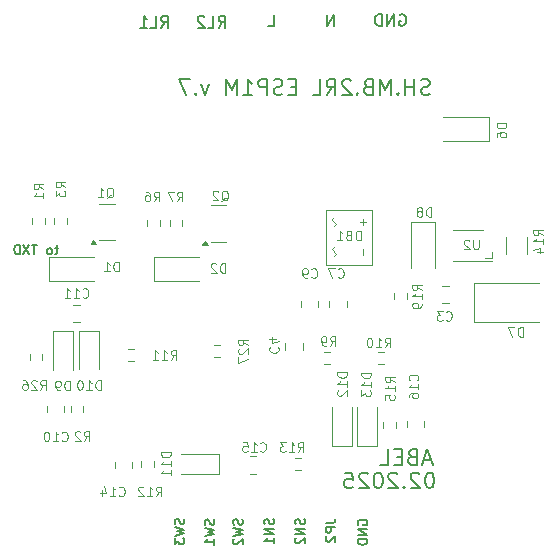
<source format=gbo>
G04 #@! TF.GenerationSoftware,KiCad,Pcbnew,8.0.8*
G04 #@! TF.CreationDate,2025-02-21T01:15:50+03:00*
G04 #@! TF.ProjectId,SMHome_2RelayBoardRound_ESP1M_v7,534d486f-6d65-45f3-9252-656c6179426f,12*
G04 #@! TF.SameCoordinates,Original*
G04 #@! TF.FileFunction,Legend,Bot*
G04 #@! TF.FilePolarity,Positive*
%FSLAX46Y46*%
G04 Gerber Fmt 4.6, Leading zero omitted, Abs format (unit mm)*
G04 Created by KiCad (PCBNEW 8.0.8) date 2025-02-21 01:15:50*
%MOMM*%
%LPD*%
G01*
G04 APERTURE LIST*
%ADD10C,0.150000*%
%ADD11C,0.200000*%
%ADD12C,0.100000*%
%ADD13C,0.120000*%
%ADD14C,0.101600*%
G04 APERTURE END LIST*
D10*
X153045895Y-126692733D02*
X153617323Y-126692733D01*
X153617323Y-126692733D02*
X153731609Y-126654638D01*
X153731609Y-126654638D02*
X153807800Y-126578447D01*
X153807800Y-126578447D02*
X153845895Y-126464162D01*
X153845895Y-126464162D02*
X153845895Y-126387971D01*
X153845895Y-127073686D02*
X153045895Y-127073686D01*
X153045895Y-127073686D02*
X153045895Y-127378448D01*
X153045895Y-127378448D02*
X153083990Y-127454638D01*
X153083990Y-127454638D02*
X153122085Y-127492733D01*
X153122085Y-127492733D02*
X153198276Y-127530829D01*
X153198276Y-127530829D02*
X153312561Y-127530829D01*
X153312561Y-127530829D02*
X153388752Y-127492733D01*
X153388752Y-127492733D02*
X153426847Y-127454638D01*
X153426847Y-127454638D02*
X153464942Y-127378448D01*
X153464942Y-127378448D02*
X153464942Y-127073686D01*
X153122085Y-127835590D02*
X153083990Y-127873686D01*
X153083990Y-127873686D02*
X153045895Y-127949876D01*
X153045895Y-127949876D02*
X153045895Y-128140352D01*
X153045895Y-128140352D02*
X153083990Y-128216543D01*
X153083990Y-128216543D02*
X153122085Y-128254638D01*
X153122085Y-128254638D02*
X153198276Y-128292733D01*
X153198276Y-128292733D02*
X153274466Y-128292733D01*
X153274466Y-128292733D02*
X153388752Y-128254638D01*
X153388752Y-128254638D02*
X153845895Y-127797495D01*
X153845895Y-127797495D02*
X153845895Y-128292733D01*
D11*
X148144076Y-84661619D02*
X148620266Y-84661619D01*
X148620266Y-84661619D02*
X148620266Y-83661619D01*
X153719313Y-84661619D02*
X153719313Y-83661619D01*
X153719313Y-83661619D02*
X153147885Y-84661619D01*
X153147885Y-84661619D02*
X153147885Y-83661619D01*
X143954428Y-84754819D02*
X144287761Y-84278628D01*
X144525856Y-84754819D02*
X144525856Y-83754819D01*
X144525856Y-83754819D02*
X144144904Y-83754819D01*
X144144904Y-83754819D02*
X144049666Y-83802438D01*
X144049666Y-83802438D02*
X144002047Y-83850057D01*
X144002047Y-83850057D02*
X143954428Y-83945295D01*
X143954428Y-83945295D02*
X143954428Y-84088152D01*
X143954428Y-84088152D02*
X144002047Y-84183390D01*
X144002047Y-84183390D02*
X144049666Y-84231009D01*
X144049666Y-84231009D02*
X144144904Y-84278628D01*
X144144904Y-84278628D02*
X144525856Y-84278628D01*
X143049666Y-84754819D02*
X143525856Y-84754819D01*
X143525856Y-84754819D02*
X143525856Y-83754819D01*
X142763951Y-83850057D02*
X142716332Y-83802438D01*
X142716332Y-83802438D02*
X142621094Y-83754819D01*
X142621094Y-83754819D02*
X142382999Y-83754819D01*
X142382999Y-83754819D02*
X142287761Y-83802438D01*
X142287761Y-83802438D02*
X142240142Y-83850057D01*
X142240142Y-83850057D02*
X142192523Y-83945295D01*
X142192523Y-83945295D02*
X142192523Y-84040533D01*
X142192523Y-84040533D02*
X142240142Y-84183390D01*
X142240142Y-84183390D02*
X142811570Y-84754819D01*
X142811570Y-84754819D02*
X142192523Y-84754819D01*
D10*
X143557800Y-126402732D02*
X143595895Y-126517018D01*
X143595895Y-126517018D02*
X143595895Y-126707494D01*
X143595895Y-126707494D02*
X143557800Y-126783685D01*
X143557800Y-126783685D02*
X143519704Y-126821780D01*
X143519704Y-126821780D02*
X143443514Y-126859875D01*
X143443514Y-126859875D02*
X143367323Y-126859875D01*
X143367323Y-126859875D02*
X143291133Y-126821780D01*
X143291133Y-126821780D02*
X143253038Y-126783685D01*
X143253038Y-126783685D02*
X143214942Y-126707494D01*
X143214942Y-126707494D02*
X143176847Y-126555113D01*
X143176847Y-126555113D02*
X143138752Y-126478923D01*
X143138752Y-126478923D02*
X143100657Y-126440828D01*
X143100657Y-126440828D02*
X143024466Y-126402732D01*
X143024466Y-126402732D02*
X142948276Y-126402732D01*
X142948276Y-126402732D02*
X142872085Y-126440828D01*
X142872085Y-126440828D02*
X142833990Y-126478923D01*
X142833990Y-126478923D02*
X142795895Y-126555113D01*
X142795895Y-126555113D02*
X142795895Y-126745590D01*
X142795895Y-126745590D02*
X142833990Y-126859875D01*
X142795895Y-127126542D02*
X143595895Y-127317018D01*
X143595895Y-127317018D02*
X143024466Y-127469399D01*
X143024466Y-127469399D02*
X143595895Y-127621780D01*
X143595895Y-127621780D02*
X142795895Y-127812257D01*
X143595895Y-128536066D02*
X143595895Y-128078923D01*
X143595895Y-128307495D02*
X142795895Y-128307495D01*
X142795895Y-128307495D02*
X142910180Y-128231304D01*
X142910180Y-128231304D02*
X142986371Y-128155114D01*
X142986371Y-128155114D02*
X143024466Y-128078923D01*
X130381125Y-103424761D02*
X130076363Y-103424761D01*
X130266839Y-103158095D02*
X130266839Y-103843809D01*
X130266839Y-103843809D02*
X130228744Y-103920000D01*
X130228744Y-103920000D02*
X130152554Y-103958095D01*
X130152554Y-103958095D02*
X130076363Y-103958095D01*
X129695411Y-103958095D02*
X129771601Y-103920000D01*
X129771601Y-103920000D02*
X129809696Y-103881904D01*
X129809696Y-103881904D02*
X129847792Y-103805714D01*
X129847792Y-103805714D02*
X129847792Y-103577142D01*
X129847792Y-103577142D02*
X129809696Y-103500952D01*
X129809696Y-103500952D02*
X129771601Y-103462857D01*
X129771601Y-103462857D02*
X129695411Y-103424761D01*
X129695411Y-103424761D02*
X129581125Y-103424761D01*
X129581125Y-103424761D02*
X129504934Y-103462857D01*
X129504934Y-103462857D02*
X129466839Y-103500952D01*
X129466839Y-103500952D02*
X129428744Y-103577142D01*
X129428744Y-103577142D02*
X129428744Y-103805714D01*
X129428744Y-103805714D02*
X129466839Y-103881904D01*
X129466839Y-103881904D02*
X129504934Y-103920000D01*
X129504934Y-103920000D02*
X129581125Y-103958095D01*
X129581125Y-103958095D02*
X129695411Y-103958095D01*
X128590648Y-103158095D02*
X128133505Y-103158095D01*
X128362077Y-103958095D02*
X128362077Y-103158095D01*
X127943029Y-103158095D02*
X127409695Y-103958095D01*
X127409695Y-103158095D02*
X127943029Y-103958095D01*
X127104933Y-103958095D02*
X127104933Y-103158095D01*
X127104933Y-103158095D02*
X126914457Y-103158095D01*
X126914457Y-103158095D02*
X126800171Y-103196190D01*
X126800171Y-103196190D02*
X126723981Y-103272380D01*
X126723981Y-103272380D02*
X126685886Y-103348571D01*
X126685886Y-103348571D02*
X126647790Y-103500952D01*
X126647790Y-103500952D02*
X126647790Y-103615238D01*
X126647790Y-103615238D02*
X126685886Y-103767619D01*
X126685886Y-103767619D02*
X126723981Y-103843809D01*
X126723981Y-103843809D02*
X126800171Y-103920000D01*
X126800171Y-103920000D02*
X126914457Y-103958095D01*
X126914457Y-103958095D02*
X127104933Y-103958095D01*
X145947800Y-126382732D02*
X145985895Y-126497018D01*
X145985895Y-126497018D02*
X145985895Y-126687494D01*
X145985895Y-126687494D02*
X145947800Y-126763685D01*
X145947800Y-126763685D02*
X145909704Y-126801780D01*
X145909704Y-126801780D02*
X145833514Y-126839875D01*
X145833514Y-126839875D02*
X145757323Y-126839875D01*
X145757323Y-126839875D02*
X145681133Y-126801780D01*
X145681133Y-126801780D02*
X145643038Y-126763685D01*
X145643038Y-126763685D02*
X145604942Y-126687494D01*
X145604942Y-126687494D02*
X145566847Y-126535113D01*
X145566847Y-126535113D02*
X145528752Y-126458923D01*
X145528752Y-126458923D02*
X145490657Y-126420828D01*
X145490657Y-126420828D02*
X145414466Y-126382732D01*
X145414466Y-126382732D02*
X145338276Y-126382732D01*
X145338276Y-126382732D02*
X145262085Y-126420828D01*
X145262085Y-126420828D02*
X145223990Y-126458923D01*
X145223990Y-126458923D02*
X145185895Y-126535113D01*
X145185895Y-126535113D02*
X145185895Y-126725590D01*
X145185895Y-126725590D02*
X145223990Y-126839875D01*
X145185895Y-127106542D02*
X145985895Y-127297018D01*
X145985895Y-127297018D02*
X145414466Y-127449399D01*
X145414466Y-127449399D02*
X145985895Y-127601780D01*
X145985895Y-127601780D02*
X145185895Y-127792257D01*
X145262085Y-128058923D02*
X145223990Y-128097019D01*
X145223990Y-128097019D02*
X145185895Y-128173209D01*
X145185895Y-128173209D02*
X145185895Y-128363685D01*
X145185895Y-128363685D02*
X145223990Y-128439876D01*
X145223990Y-128439876D02*
X145262085Y-128477971D01*
X145262085Y-128477971D02*
X145338276Y-128516066D01*
X145338276Y-128516066D02*
X145414466Y-128516066D01*
X145414466Y-128516066D02*
X145528752Y-128477971D01*
X145528752Y-128477971D02*
X145985895Y-128020828D01*
X145985895Y-128020828D02*
X145985895Y-128516066D01*
X155763990Y-126869876D02*
X155725895Y-126793686D01*
X155725895Y-126793686D02*
X155725895Y-126679400D01*
X155725895Y-126679400D02*
X155763990Y-126565114D01*
X155763990Y-126565114D02*
X155840180Y-126488924D01*
X155840180Y-126488924D02*
X155916371Y-126450829D01*
X155916371Y-126450829D02*
X156068752Y-126412733D01*
X156068752Y-126412733D02*
X156183038Y-126412733D01*
X156183038Y-126412733D02*
X156335419Y-126450829D01*
X156335419Y-126450829D02*
X156411609Y-126488924D01*
X156411609Y-126488924D02*
X156487800Y-126565114D01*
X156487800Y-126565114D02*
X156525895Y-126679400D01*
X156525895Y-126679400D02*
X156525895Y-126755591D01*
X156525895Y-126755591D02*
X156487800Y-126869876D01*
X156487800Y-126869876D02*
X156449704Y-126907972D01*
X156449704Y-126907972D02*
X156183038Y-126907972D01*
X156183038Y-126907972D02*
X156183038Y-126755591D01*
X156525895Y-127250829D02*
X155725895Y-127250829D01*
X155725895Y-127250829D02*
X156525895Y-127707972D01*
X156525895Y-127707972D02*
X155725895Y-127707972D01*
X156525895Y-128088924D02*
X155725895Y-128088924D01*
X155725895Y-128088924D02*
X155725895Y-128279400D01*
X155725895Y-128279400D02*
X155763990Y-128393686D01*
X155763990Y-128393686D02*
X155840180Y-128469876D01*
X155840180Y-128469876D02*
X155916371Y-128507971D01*
X155916371Y-128507971D02*
X156068752Y-128546067D01*
X156068752Y-128546067D02*
X156183038Y-128546067D01*
X156183038Y-128546067D02*
X156335419Y-128507971D01*
X156335419Y-128507971D02*
X156411609Y-128469876D01*
X156411609Y-128469876D02*
X156487800Y-128393686D01*
X156487800Y-128393686D02*
X156525895Y-128279400D01*
X156525895Y-128279400D02*
X156525895Y-128088924D01*
X151197800Y-126370828D02*
X151235895Y-126485114D01*
X151235895Y-126485114D02*
X151235895Y-126675590D01*
X151235895Y-126675590D02*
X151197800Y-126751781D01*
X151197800Y-126751781D02*
X151159704Y-126789876D01*
X151159704Y-126789876D02*
X151083514Y-126827971D01*
X151083514Y-126827971D02*
X151007323Y-126827971D01*
X151007323Y-126827971D02*
X150931133Y-126789876D01*
X150931133Y-126789876D02*
X150893038Y-126751781D01*
X150893038Y-126751781D02*
X150854942Y-126675590D01*
X150854942Y-126675590D02*
X150816847Y-126523209D01*
X150816847Y-126523209D02*
X150778752Y-126447019D01*
X150778752Y-126447019D02*
X150740657Y-126408924D01*
X150740657Y-126408924D02*
X150664466Y-126370828D01*
X150664466Y-126370828D02*
X150588276Y-126370828D01*
X150588276Y-126370828D02*
X150512085Y-126408924D01*
X150512085Y-126408924D02*
X150473990Y-126447019D01*
X150473990Y-126447019D02*
X150435895Y-126523209D01*
X150435895Y-126523209D02*
X150435895Y-126713686D01*
X150435895Y-126713686D02*
X150473990Y-126827971D01*
X151235895Y-127170829D02*
X150435895Y-127170829D01*
X150435895Y-127170829D02*
X151235895Y-127627972D01*
X151235895Y-127627972D02*
X150435895Y-127627972D01*
X150512085Y-127970828D02*
X150473990Y-128008924D01*
X150473990Y-128008924D02*
X150435895Y-128085114D01*
X150435895Y-128085114D02*
X150435895Y-128275590D01*
X150435895Y-128275590D02*
X150473990Y-128351781D01*
X150473990Y-128351781D02*
X150512085Y-128389876D01*
X150512085Y-128389876D02*
X150588276Y-128427971D01*
X150588276Y-128427971D02*
X150664466Y-128427971D01*
X150664466Y-128427971D02*
X150778752Y-128389876D01*
X150778752Y-128389876D02*
X151235895Y-127932733D01*
X151235895Y-127932733D02*
X151235895Y-128427971D01*
D11*
X159285504Y-83669238D02*
X159380742Y-83621619D01*
X159380742Y-83621619D02*
X159523599Y-83621619D01*
X159523599Y-83621619D02*
X159666456Y-83669238D01*
X159666456Y-83669238D02*
X159761694Y-83764476D01*
X159761694Y-83764476D02*
X159809313Y-83859714D01*
X159809313Y-83859714D02*
X159856932Y-84050190D01*
X159856932Y-84050190D02*
X159856932Y-84193047D01*
X159856932Y-84193047D02*
X159809313Y-84383523D01*
X159809313Y-84383523D02*
X159761694Y-84478761D01*
X159761694Y-84478761D02*
X159666456Y-84574000D01*
X159666456Y-84574000D02*
X159523599Y-84621619D01*
X159523599Y-84621619D02*
X159428361Y-84621619D01*
X159428361Y-84621619D02*
X159285504Y-84574000D01*
X159285504Y-84574000D02*
X159237885Y-84526380D01*
X159237885Y-84526380D02*
X159237885Y-84193047D01*
X159237885Y-84193047D02*
X159428361Y-84193047D01*
X158809313Y-84621619D02*
X158809313Y-83621619D01*
X158809313Y-83621619D02*
X158237885Y-84621619D01*
X158237885Y-84621619D02*
X158237885Y-83621619D01*
X157761694Y-84621619D02*
X157761694Y-83621619D01*
X157761694Y-83621619D02*
X157523599Y-83621619D01*
X157523599Y-83621619D02*
X157380742Y-83669238D01*
X157380742Y-83669238D02*
X157285504Y-83764476D01*
X157285504Y-83764476D02*
X157237885Y-83859714D01*
X157237885Y-83859714D02*
X157190266Y-84050190D01*
X157190266Y-84050190D02*
X157190266Y-84193047D01*
X157190266Y-84193047D02*
X157237885Y-84383523D01*
X157237885Y-84383523D02*
X157285504Y-84478761D01*
X157285504Y-84478761D02*
X157380742Y-84574000D01*
X157380742Y-84574000D02*
X157523599Y-84621619D01*
X157523599Y-84621619D02*
X157761694Y-84621619D01*
D10*
X148587800Y-126370828D02*
X148625895Y-126485114D01*
X148625895Y-126485114D02*
X148625895Y-126675590D01*
X148625895Y-126675590D02*
X148587800Y-126751781D01*
X148587800Y-126751781D02*
X148549704Y-126789876D01*
X148549704Y-126789876D02*
X148473514Y-126827971D01*
X148473514Y-126827971D02*
X148397323Y-126827971D01*
X148397323Y-126827971D02*
X148321133Y-126789876D01*
X148321133Y-126789876D02*
X148283038Y-126751781D01*
X148283038Y-126751781D02*
X148244942Y-126675590D01*
X148244942Y-126675590D02*
X148206847Y-126523209D01*
X148206847Y-126523209D02*
X148168752Y-126447019D01*
X148168752Y-126447019D02*
X148130657Y-126408924D01*
X148130657Y-126408924D02*
X148054466Y-126370828D01*
X148054466Y-126370828D02*
X147978276Y-126370828D01*
X147978276Y-126370828D02*
X147902085Y-126408924D01*
X147902085Y-126408924D02*
X147863990Y-126447019D01*
X147863990Y-126447019D02*
X147825895Y-126523209D01*
X147825895Y-126523209D02*
X147825895Y-126713686D01*
X147825895Y-126713686D02*
X147863990Y-126827971D01*
X148625895Y-127170829D02*
X147825895Y-127170829D01*
X147825895Y-127170829D02*
X148625895Y-127627972D01*
X148625895Y-127627972D02*
X147825895Y-127627972D01*
X148625895Y-128427971D02*
X148625895Y-127970828D01*
X148625895Y-128199400D02*
X147825895Y-128199400D01*
X147825895Y-128199400D02*
X147940180Y-128123209D01*
X147940180Y-128123209D02*
X148016371Y-128047019D01*
X148016371Y-128047019D02*
X148054466Y-127970828D01*
D11*
X161823563Y-90368937D02*
X161636619Y-90431251D01*
X161636619Y-90431251D02*
X161325046Y-90431251D01*
X161325046Y-90431251D02*
X161200416Y-90368937D01*
X161200416Y-90368937D02*
X161138102Y-90306622D01*
X161138102Y-90306622D02*
X161075787Y-90181993D01*
X161075787Y-90181993D02*
X161075787Y-90057363D01*
X161075787Y-90057363D02*
X161138102Y-89932734D01*
X161138102Y-89932734D02*
X161200416Y-89870419D01*
X161200416Y-89870419D02*
X161325046Y-89808105D01*
X161325046Y-89808105D02*
X161574304Y-89745790D01*
X161574304Y-89745790D02*
X161698934Y-89683475D01*
X161698934Y-89683475D02*
X161761248Y-89621161D01*
X161761248Y-89621161D02*
X161823563Y-89496531D01*
X161823563Y-89496531D02*
X161823563Y-89371902D01*
X161823563Y-89371902D02*
X161761248Y-89247273D01*
X161761248Y-89247273D02*
X161698934Y-89184958D01*
X161698934Y-89184958D02*
X161574304Y-89122643D01*
X161574304Y-89122643D02*
X161262731Y-89122643D01*
X161262731Y-89122643D02*
X161075787Y-89184958D01*
X160514955Y-90431251D02*
X160514955Y-89122643D01*
X160514955Y-89745790D02*
X159767179Y-89745790D01*
X159767179Y-90431251D02*
X159767179Y-89122643D01*
X159144032Y-90306622D02*
X159081718Y-90368937D01*
X159081718Y-90368937D02*
X159144032Y-90431251D01*
X159144032Y-90431251D02*
X159206347Y-90368937D01*
X159206347Y-90368937D02*
X159144032Y-90306622D01*
X159144032Y-90306622D02*
X159144032Y-90431251D01*
X158520885Y-90431251D02*
X158520885Y-89122643D01*
X158520885Y-89122643D02*
X158084683Y-90057363D01*
X158084683Y-90057363D02*
X157648480Y-89122643D01*
X157648480Y-89122643D02*
X157648480Y-90431251D01*
X156589131Y-89745790D02*
X156402187Y-89808105D01*
X156402187Y-89808105D02*
X156339872Y-89870419D01*
X156339872Y-89870419D02*
X156277557Y-89995049D01*
X156277557Y-89995049D02*
X156277557Y-90181993D01*
X156277557Y-90181993D02*
X156339872Y-90306622D01*
X156339872Y-90306622D02*
X156402187Y-90368937D01*
X156402187Y-90368937D02*
X156526816Y-90431251D01*
X156526816Y-90431251D02*
X157025333Y-90431251D01*
X157025333Y-90431251D02*
X157025333Y-89122643D01*
X157025333Y-89122643D02*
X156589131Y-89122643D01*
X156589131Y-89122643D02*
X156464501Y-89184958D01*
X156464501Y-89184958D02*
X156402187Y-89247273D01*
X156402187Y-89247273D02*
X156339872Y-89371902D01*
X156339872Y-89371902D02*
X156339872Y-89496531D01*
X156339872Y-89496531D02*
X156402187Y-89621161D01*
X156402187Y-89621161D02*
X156464501Y-89683475D01*
X156464501Y-89683475D02*
X156589131Y-89745790D01*
X156589131Y-89745790D02*
X157025333Y-89745790D01*
X155716725Y-90306622D02*
X155654411Y-90368937D01*
X155654411Y-90368937D02*
X155716725Y-90431251D01*
X155716725Y-90431251D02*
X155779040Y-90368937D01*
X155779040Y-90368937D02*
X155716725Y-90306622D01*
X155716725Y-90306622D02*
X155716725Y-90431251D01*
X155155893Y-89247273D02*
X155093578Y-89184958D01*
X155093578Y-89184958D02*
X154968949Y-89122643D01*
X154968949Y-89122643D02*
X154657376Y-89122643D01*
X154657376Y-89122643D02*
X154532746Y-89184958D01*
X154532746Y-89184958D02*
X154470432Y-89247273D01*
X154470432Y-89247273D02*
X154408117Y-89371902D01*
X154408117Y-89371902D02*
X154408117Y-89496531D01*
X154408117Y-89496531D02*
X154470432Y-89683475D01*
X154470432Y-89683475D02*
X155218208Y-90431251D01*
X155218208Y-90431251D02*
X154408117Y-90431251D01*
X153099509Y-90431251D02*
X153535712Y-89808105D01*
X153847285Y-90431251D02*
X153847285Y-89122643D01*
X153847285Y-89122643D02*
X153348768Y-89122643D01*
X153348768Y-89122643D02*
X153224139Y-89184958D01*
X153224139Y-89184958D02*
X153161824Y-89247273D01*
X153161824Y-89247273D02*
X153099509Y-89371902D01*
X153099509Y-89371902D02*
X153099509Y-89558846D01*
X153099509Y-89558846D02*
X153161824Y-89683475D01*
X153161824Y-89683475D02*
X153224139Y-89745790D01*
X153224139Y-89745790D02*
X153348768Y-89808105D01*
X153348768Y-89808105D02*
X153847285Y-89808105D01*
X151915531Y-90431251D02*
X152538677Y-90431251D01*
X152538677Y-90431251D02*
X152538677Y-89122643D01*
X150482293Y-89745790D02*
X150046091Y-89745790D01*
X149859147Y-90431251D02*
X150482293Y-90431251D01*
X150482293Y-90431251D02*
X150482293Y-89122643D01*
X150482293Y-89122643D02*
X149859147Y-89122643D01*
X149360629Y-90368937D02*
X149173685Y-90431251D01*
X149173685Y-90431251D02*
X148862112Y-90431251D01*
X148862112Y-90431251D02*
X148737482Y-90368937D01*
X148737482Y-90368937D02*
X148675168Y-90306622D01*
X148675168Y-90306622D02*
X148612853Y-90181993D01*
X148612853Y-90181993D02*
X148612853Y-90057363D01*
X148612853Y-90057363D02*
X148675168Y-89932734D01*
X148675168Y-89932734D02*
X148737482Y-89870419D01*
X148737482Y-89870419D02*
X148862112Y-89808105D01*
X148862112Y-89808105D02*
X149111370Y-89745790D01*
X149111370Y-89745790D02*
X149236000Y-89683475D01*
X149236000Y-89683475D02*
X149298314Y-89621161D01*
X149298314Y-89621161D02*
X149360629Y-89496531D01*
X149360629Y-89496531D02*
X149360629Y-89371902D01*
X149360629Y-89371902D02*
X149298314Y-89247273D01*
X149298314Y-89247273D02*
X149236000Y-89184958D01*
X149236000Y-89184958D02*
X149111370Y-89122643D01*
X149111370Y-89122643D02*
X148799797Y-89122643D01*
X148799797Y-89122643D02*
X148612853Y-89184958D01*
X148052021Y-90431251D02*
X148052021Y-89122643D01*
X148052021Y-89122643D02*
X147553504Y-89122643D01*
X147553504Y-89122643D02*
X147428875Y-89184958D01*
X147428875Y-89184958D02*
X147366560Y-89247273D01*
X147366560Y-89247273D02*
X147304245Y-89371902D01*
X147304245Y-89371902D02*
X147304245Y-89558846D01*
X147304245Y-89558846D02*
X147366560Y-89683475D01*
X147366560Y-89683475D02*
X147428875Y-89745790D01*
X147428875Y-89745790D02*
X147553504Y-89808105D01*
X147553504Y-89808105D02*
X148052021Y-89808105D01*
X146057952Y-90431251D02*
X146805728Y-90431251D01*
X146431840Y-90431251D02*
X146431840Y-89122643D01*
X146431840Y-89122643D02*
X146556469Y-89309587D01*
X146556469Y-89309587D02*
X146681099Y-89434217D01*
X146681099Y-89434217D02*
X146805728Y-89496531D01*
X145497120Y-90431251D02*
X145497120Y-89122643D01*
X145497120Y-89122643D02*
X145060918Y-90057363D01*
X145060918Y-90057363D02*
X144624715Y-89122643D01*
X144624715Y-89122643D02*
X144624715Y-90431251D01*
X143129163Y-89558846D02*
X142817589Y-90431251D01*
X142817589Y-90431251D02*
X142506016Y-89558846D01*
X142007498Y-90306622D02*
X141945184Y-90368937D01*
X141945184Y-90368937D02*
X142007498Y-90431251D01*
X142007498Y-90431251D02*
X142069813Y-90368937D01*
X142069813Y-90368937D02*
X142007498Y-90306622D01*
X142007498Y-90306622D02*
X142007498Y-90431251D01*
X141508981Y-89122643D02*
X140636575Y-89122643D01*
X140636575Y-89122643D02*
X141197407Y-90431251D01*
X161892990Y-122447443D02*
X161768360Y-122447443D01*
X161768360Y-122447443D02*
X161643731Y-122509758D01*
X161643731Y-122509758D02*
X161581416Y-122572073D01*
X161581416Y-122572073D02*
X161519102Y-122696702D01*
X161519102Y-122696702D02*
X161456787Y-122945961D01*
X161456787Y-122945961D02*
X161456787Y-123257534D01*
X161456787Y-123257534D02*
X161519102Y-123506793D01*
X161519102Y-123506793D02*
X161581416Y-123631422D01*
X161581416Y-123631422D02*
X161643731Y-123693737D01*
X161643731Y-123693737D02*
X161768360Y-123756051D01*
X161768360Y-123756051D02*
X161892990Y-123756051D01*
X161892990Y-123756051D02*
X162017619Y-123693737D01*
X162017619Y-123693737D02*
X162079934Y-123631422D01*
X162079934Y-123631422D02*
X162142248Y-123506793D01*
X162142248Y-123506793D02*
X162204563Y-123257534D01*
X162204563Y-123257534D02*
X162204563Y-122945961D01*
X162204563Y-122945961D02*
X162142248Y-122696702D01*
X162142248Y-122696702D02*
X162079934Y-122572073D01*
X162079934Y-122572073D02*
X162017619Y-122509758D01*
X162017619Y-122509758D02*
X161892990Y-122447443D01*
X160958270Y-122572073D02*
X160895955Y-122509758D01*
X160895955Y-122509758D02*
X160771326Y-122447443D01*
X160771326Y-122447443D02*
X160459753Y-122447443D01*
X160459753Y-122447443D02*
X160335123Y-122509758D01*
X160335123Y-122509758D02*
X160272809Y-122572073D01*
X160272809Y-122572073D02*
X160210494Y-122696702D01*
X160210494Y-122696702D02*
X160210494Y-122821331D01*
X160210494Y-122821331D02*
X160272809Y-123008275D01*
X160272809Y-123008275D02*
X161020585Y-123756051D01*
X161020585Y-123756051D02*
X160210494Y-123756051D01*
X159649662Y-123631422D02*
X159587348Y-123693737D01*
X159587348Y-123693737D02*
X159649662Y-123756051D01*
X159649662Y-123756051D02*
X159711977Y-123693737D01*
X159711977Y-123693737D02*
X159649662Y-123631422D01*
X159649662Y-123631422D02*
X159649662Y-123756051D01*
X159088830Y-122572073D02*
X159026515Y-122509758D01*
X159026515Y-122509758D02*
X158901886Y-122447443D01*
X158901886Y-122447443D02*
X158590313Y-122447443D01*
X158590313Y-122447443D02*
X158465683Y-122509758D01*
X158465683Y-122509758D02*
X158403369Y-122572073D01*
X158403369Y-122572073D02*
X158341054Y-122696702D01*
X158341054Y-122696702D02*
X158341054Y-122821331D01*
X158341054Y-122821331D02*
X158403369Y-123008275D01*
X158403369Y-123008275D02*
X159151145Y-123756051D01*
X159151145Y-123756051D02*
X158341054Y-123756051D01*
X157530964Y-122447443D02*
X157406334Y-122447443D01*
X157406334Y-122447443D02*
X157281705Y-122509758D01*
X157281705Y-122509758D02*
X157219390Y-122572073D01*
X157219390Y-122572073D02*
X157157076Y-122696702D01*
X157157076Y-122696702D02*
X157094761Y-122945961D01*
X157094761Y-122945961D02*
X157094761Y-123257534D01*
X157094761Y-123257534D02*
X157157076Y-123506793D01*
X157157076Y-123506793D02*
X157219390Y-123631422D01*
X157219390Y-123631422D02*
X157281705Y-123693737D01*
X157281705Y-123693737D02*
X157406334Y-123756051D01*
X157406334Y-123756051D02*
X157530964Y-123756051D01*
X157530964Y-123756051D02*
X157655593Y-123693737D01*
X157655593Y-123693737D02*
X157717908Y-123631422D01*
X157717908Y-123631422D02*
X157780222Y-123506793D01*
X157780222Y-123506793D02*
X157842537Y-123257534D01*
X157842537Y-123257534D02*
X157842537Y-122945961D01*
X157842537Y-122945961D02*
X157780222Y-122696702D01*
X157780222Y-122696702D02*
X157717908Y-122572073D01*
X157717908Y-122572073D02*
X157655593Y-122509758D01*
X157655593Y-122509758D02*
X157530964Y-122447443D01*
X156596244Y-122572073D02*
X156533929Y-122509758D01*
X156533929Y-122509758D02*
X156409300Y-122447443D01*
X156409300Y-122447443D02*
X156097727Y-122447443D01*
X156097727Y-122447443D02*
X155973097Y-122509758D01*
X155973097Y-122509758D02*
X155910783Y-122572073D01*
X155910783Y-122572073D02*
X155848468Y-122696702D01*
X155848468Y-122696702D02*
X155848468Y-122821331D01*
X155848468Y-122821331D02*
X155910783Y-123008275D01*
X155910783Y-123008275D02*
X156658559Y-123756051D01*
X156658559Y-123756051D02*
X155848468Y-123756051D01*
X154664490Y-122447443D02*
X155287636Y-122447443D01*
X155287636Y-122447443D02*
X155349951Y-123070590D01*
X155349951Y-123070590D02*
X155287636Y-123008275D01*
X155287636Y-123008275D02*
X155163007Y-122945961D01*
X155163007Y-122945961D02*
X154851434Y-122945961D01*
X154851434Y-122945961D02*
X154726804Y-123008275D01*
X154726804Y-123008275D02*
X154664490Y-123070590D01*
X154664490Y-123070590D02*
X154602175Y-123195219D01*
X154602175Y-123195219D02*
X154602175Y-123506793D01*
X154602175Y-123506793D02*
X154664490Y-123631422D01*
X154664490Y-123631422D02*
X154726804Y-123693737D01*
X154726804Y-123693737D02*
X154851434Y-123756051D01*
X154851434Y-123756051D02*
X155163007Y-123756051D01*
X155163007Y-123756051D02*
X155287636Y-123693737D01*
X155287636Y-123693737D02*
X155349951Y-123631422D01*
X161950563Y-121400963D02*
X161327416Y-121400963D01*
X162075192Y-121774851D02*
X161638990Y-120466243D01*
X161638990Y-120466243D02*
X161202787Y-121774851D01*
X160330382Y-121089390D02*
X160143438Y-121151705D01*
X160143438Y-121151705D02*
X160081123Y-121214019D01*
X160081123Y-121214019D02*
X160018808Y-121338649D01*
X160018808Y-121338649D02*
X160018808Y-121525593D01*
X160018808Y-121525593D02*
X160081123Y-121650222D01*
X160081123Y-121650222D02*
X160143438Y-121712537D01*
X160143438Y-121712537D02*
X160268067Y-121774851D01*
X160268067Y-121774851D02*
X160766584Y-121774851D01*
X160766584Y-121774851D02*
X160766584Y-120466243D01*
X160766584Y-120466243D02*
X160330382Y-120466243D01*
X160330382Y-120466243D02*
X160205752Y-120528558D01*
X160205752Y-120528558D02*
X160143438Y-120590873D01*
X160143438Y-120590873D02*
X160081123Y-120715502D01*
X160081123Y-120715502D02*
X160081123Y-120840131D01*
X160081123Y-120840131D02*
X160143438Y-120964761D01*
X160143438Y-120964761D02*
X160205752Y-121027075D01*
X160205752Y-121027075D02*
X160330382Y-121089390D01*
X160330382Y-121089390D02*
X160766584Y-121089390D01*
X159457976Y-121089390D02*
X159021774Y-121089390D01*
X158834830Y-121774851D02*
X159457976Y-121774851D01*
X159457976Y-121774851D02*
X159457976Y-120466243D01*
X159457976Y-120466243D02*
X158834830Y-120466243D01*
X157650851Y-121774851D02*
X158273997Y-121774851D01*
X158273997Y-121774851D02*
X158273997Y-120466243D01*
D10*
X141007800Y-126352732D02*
X141045895Y-126467018D01*
X141045895Y-126467018D02*
X141045895Y-126657494D01*
X141045895Y-126657494D02*
X141007800Y-126733685D01*
X141007800Y-126733685D02*
X140969704Y-126771780D01*
X140969704Y-126771780D02*
X140893514Y-126809875D01*
X140893514Y-126809875D02*
X140817323Y-126809875D01*
X140817323Y-126809875D02*
X140741133Y-126771780D01*
X140741133Y-126771780D02*
X140703038Y-126733685D01*
X140703038Y-126733685D02*
X140664942Y-126657494D01*
X140664942Y-126657494D02*
X140626847Y-126505113D01*
X140626847Y-126505113D02*
X140588752Y-126428923D01*
X140588752Y-126428923D02*
X140550657Y-126390828D01*
X140550657Y-126390828D02*
X140474466Y-126352732D01*
X140474466Y-126352732D02*
X140398276Y-126352732D01*
X140398276Y-126352732D02*
X140322085Y-126390828D01*
X140322085Y-126390828D02*
X140283990Y-126428923D01*
X140283990Y-126428923D02*
X140245895Y-126505113D01*
X140245895Y-126505113D02*
X140245895Y-126695590D01*
X140245895Y-126695590D02*
X140283990Y-126809875D01*
X140245895Y-127076542D02*
X141045895Y-127267018D01*
X141045895Y-127267018D02*
X140474466Y-127419399D01*
X140474466Y-127419399D02*
X141045895Y-127571780D01*
X141045895Y-127571780D02*
X140245895Y-127762257D01*
X140245895Y-127990828D02*
X140245895Y-128486066D01*
X140245895Y-128486066D02*
X140550657Y-128219400D01*
X140550657Y-128219400D02*
X140550657Y-128333685D01*
X140550657Y-128333685D02*
X140588752Y-128409876D01*
X140588752Y-128409876D02*
X140626847Y-128447971D01*
X140626847Y-128447971D02*
X140703038Y-128486066D01*
X140703038Y-128486066D02*
X140893514Y-128486066D01*
X140893514Y-128486066D02*
X140969704Y-128447971D01*
X140969704Y-128447971D02*
X141007800Y-128409876D01*
X141007800Y-128409876D02*
X141045895Y-128333685D01*
X141045895Y-128333685D02*
X141045895Y-128105114D01*
X141045895Y-128105114D02*
X141007800Y-128028923D01*
X141007800Y-128028923D02*
X140969704Y-127990828D01*
D11*
X139077628Y-84754819D02*
X139410961Y-84278628D01*
X139649056Y-84754819D02*
X139649056Y-83754819D01*
X139649056Y-83754819D02*
X139268104Y-83754819D01*
X139268104Y-83754819D02*
X139172866Y-83802438D01*
X139172866Y-83802438D02*
X139125247Y-83850057D01*
X139125247Y-83850057D02*
X139077628Y-83945295D01*
X139077628Y-83945295D02*
X139077628Y-84088152D01*
X139077628Y-84088152D02*
X139125247Y-84183390D01*
X139125247Y-84183390D02*
X139172866Y-84231009D01*
X139172866Y-84231009D02*
X139268104Y-84278628D01*
X139268104Y-84278628D02*
X139649056Y-84278628D01*
X138172866Y-84754819D02*
X138649056Y-84754819D01*
X138649056Y-84754819D02*
X138649056Y-83754819D01*
X137315723Y-84754819D02*
X137887151Y-84754819D01*
X137601437Y-84754819D02*
X137601437Y-83754819D01*
X137601437Y-83754819D02*
X137696675Y-83897676D01*
X137696675Y-83897676D02*
X137791913Y-83992914D01*
X137791913Y-83992914D02*
X137887151Y-84040533D01*
D12*
X148327162Y-111792739D02*
X148289200Y-111830967D01*
X148289200Y-111830967D02*
X148251504Y-111945385D01*
X148251504Y-111945385D02*
X148251770Y-112021575D01*
X148251770Y-112021575D02*
X148290264Y-112135727D01*
X148290264Y-112135727D02*
X148366720Y-112211651D01*
X148366720Y-112211651D02*
X148443043Y-112249481D01*
X148443043Y-112249481D02*
X148595556Y-112287044D01*
X148595556Y-112287044D02*
X148709841Y-112286645D01*
X148709841Y-112286645D02*
X148862088Y-112248018D01*
X148862088Y-112248018D02*
X148938145Y-112209657D01*
X148938145Y-112209657D02*
X149014069Y-112133201D01*
X149014069Y-112133201D02*
X149051765Y-112018783D01*
X149051765Y-112018783D02*
X149051499Y-111942593D01*
X149051499Y-111942593D02*
X149013005Y-111828441D01*
X149013005Y-111828441D02*
X148974777Y-111790479D01*
X148781908Y-111105434D02*
X148248578Y-111107295D01*
X149087333Y-111294845D02*
X148516573Y-111487314D01*
X148516573Y-111487314D02*
X148514844Y-110992079D01*
X150679085Y-120684695D02*
X150945752Y-120303742D01*
X151136228Y-120684695D02*
X151136228Y-119884695D01*
X151136228Y-119884695D02*
X150831466Y-119884695D01*
X150831466Y-119884695D02*
X150755276Y-119922790D01*
X150755276Y-119922790D02*
X150717181Y-119960885D01*
X150717181Y-119960885D02*
X150679085Y-120037076D01*
X150679085Y-120037076D02*
X150679085Y-120151361D01*
X150679085Y-120151361D02*
X150717181Y-120227552D01*
X150717181Y-120227552D02*
X150755276Y-120265647D01*
X150755276Y-120265647D02*
X150831466Y-120303742D01*
X150831466Y-120303742D02*
X151136228Y-120303742D01*
X149917181Y-120684695D02*
X150374324Y-120684695D01*
X150145752Y-120684695D02*
X150145752Y-119884695D01*
X150145752Y-119884695D02*
X150221943Y-119998980D01*
X150221943Y-119998980D02*
X150298133Y-120075171D01*
X150298133Y-120075171D02*
X150374324Y-120113266D01*
X149650514Y-119884695D02*
X149155276Y-119884695D01*
X149155276Y-119884695D02*
X149421942Y-120189457D01*
X149421942Y-120189457D02*
X149307657Y-120189457D01*
X149307657Y-120189457D02*
X149231466Y-120227552D01*
X149231466Y-120227552D02*
X149193371Y-120265647D01*
X149193371Y-120265647D02*
X149155276Y-120341838D01*
X149155276Y-120341838D02*
X149155276Y-120532314D01*
X149155276Y-120532314D02*
X149193371Y-120608504D01*
X149193371Y-120608504D02*
X149231466Y-120646600D01*
X149231466Y-120646600D02*
X149307657Y-120684695D01*
X149307657Y-120684695D02*
X149536228Y-120684695D01*
X149536228Y-120684695D02*
X149612419Y-120646600D01*
X149612419Y-120646600D02*
X149650514Y-120608504D01*
X156854295Y-113988971D02*
X156054295Y-113988971D01*
X156054295Y-113988971D02*
X156054295Y-114179447D01*
X156054295Y-114179447D02*
X156092390Y-114293733D01*
X156092390Y-114293733D02*
X156168580Y-114369923D01*
X156168580Y-114369923D02*
X156244771Y-114408018D01*
X156244771Y-114408018D02*
X156397152Y-114446114D01*
X156397152Y-114446114D02*
X156511438Y-114446114D01*
X156511438Y-114446114D02*
X156663819Y-114408018D01*
X156663819Y-114408018D02*
X156740009Y-114369923D01*
X156740009Y-114369923D02*
X156816200Y-114293733D01*
X156816200Y-114293733D02*
X156854295Y-114179447D01*
X156854295Y-114179447D02*
X156854295Y-113988971D01*
X156854295Y-115208018D02*
X156854295Y-114750875D01*
X156854295Y-114979447D02*
X156054295Y-114979447D01*
X156054295Y-114979447D02*
X156168580Y-114903256D01*
X156168580Y-114903256D02*
X156244771Y-114827066D01*
X156244771Y-114827066D02*
X156282866Y-114750875D01*
X156054295Y-115474685D02*
X156054295Y-115969923D01*
X156054295Y-115969923D02*
X156359057Y-115703257D01*
X156359057Y-115703257D02*
X156359057Y-115817542D01*
X156359057Y-115817542D02*
X156397152Y-115893733D01*
X156397152Y-115893733D02*
X156435247Y-115931828D01*
X156435247Y-115931828D02*
X156511438Y-115969923D01*
X156511438Y-115969923D02*
X156701914Y-115969923D01*
X156701914Y-115969923D02*
X156778104Y-115931828D01*
X156778104Y-115931828D02*
X156816200Y-115893733D01*
X156816200Y-115893733D02*
X156854295Y-115817542D01*
X156854295Y-115817542D02*
X156854295Y-115588971D01*
X156854295Y-115588971D02*
X156816200Y-115512780D01*
X156816200Y-115512780D02*
X156778104Y-115474685D01*
X135515285Y-124342304D02*
X135553381Y-124380400D01*
X135553381Y-124380400D02*
X135667666Y-124418495D01*
X135667666Y-124418495D02*
X135743857Y-124418495D01*
X135743857Y-124418495D02*
X135858143Y-124380400D01*
X135858143Y-124380400D02*
X135934333Y-124304209D01*
X135934333Y-124304209D02*
X135972428Y-124228019D01*
X135972428Y-124228019D02*
X136010524Y-124075638D01*
X136010524Y-124075638D02*
X136010524Y-123961352D01*
X136010524Y-123961352D02*
X135972428Y-123808971D01*
X135972428Y-123808971D02*
X135934333Y-123732780D01*
X135934333Y-123732780D02*
X135858143Y-123656590D01*
X135858143Y-123656590D02*
X135743857Y-123618495D01*
X135743857Y-123618495D02*
X135667666Y-123618495D01*
X135667666Y-123618495D02*
X135553381Y-123656590D01*
X135553381Y-123656590D02*
X135515285Y-123694685D01*
X134753381Y-124418495D02*
X135210524Y-124418495D01*
X134981952Y-124418495D02*
X134981952Y-123618495D01*
X134981952Y-123618495D02*
X135058143Y-123732780D01*
X135058143Y-123732780D02*
X135134333Y-123808971D01*
X135134333Y-123808971D02*
X135210524Y-123847066D01*
X134067666Y-123885161D02*
X134067666Y-124418495D01*
X134258142Y-123580400D02*
X134448619Y-124151828D01*
X134448619Y-124151828D02*
X133953380Y-124151828D01*
X158045085Y-111820095D02*
X158311752Y-111439142D01*
X158502228Y-111820095D02*
X158502228Y-111020095D01*
X158502228Y-111020095D02*
X158197466Y-111020095D01*
X158197466Y-111020095D02*
X158121276Y-111058190D01*
X158121276Y-111058190D02*
X158083181Y-111096285D01*
X158083181Y-111096285D02*
X158045085Y-111172476D01*
X158045085Y-111172476D02*
X158045085Y-111286761D01*
X158045085Y-111286761D02*
X158083181Y-111362952D01*
X158083181Y-111362952D02*
X158121276Y-111401047D01*
X158121276Y-111401047D02*
X158197466Y-111439142D01*
X158197466Y-111439142D02*
X158502228Y-111439142D01*
X157283181Y-111820095D02*
X157740324Y-111820095D01*
X157511752Y-111820095D02*
X157511752Y-111020095D01*
X157511752Y-111020095D02*
X157587943Y-111134380D01*
X157587943Y-111134380D02*
X157664133Y-111210571D01*
X157664133Y-111210571D02*
X157740324Y-111248666D01*
X156787942Y-111020095D02*
X156711752Y-111020095D01*
X156711752Y-111020095D02*
X156635561Y-111058190D01*
X156635561Y-111058190D02*
X156597466Y-111096285D01*
X156597466Y-111096285D02*
X156559371Y-111172476D01*
X156559371Y-111172476D02*
X156521276Y-111324857D01*
X156521276Y-111324857D02*
X156521276Y-111515333D01*
X156521276Y-111515333D02*
X156559371Y-111667714D01*
X156559371Y-111667714D02*
X156597466Y-111743904D01*
X156597466Y-111743904D02*
X156635561Y-111782000D01*
X156635561Y-111782000D02*
X156711752Y-111820095D01*
X156711752Y-111820095D02*
X156787942Y-111820095D01*
X156787942Y-111820095D02*
X156864133Y-111782000D01*
X156864133Y-111782000D02*
X156902228Y-111743904D01*
X156902228Y-111743904D02*
X156940323Y-111667714D01*
X156940323Y-111667714D02*
X156978419Y-111515333D01*
X156978419Y-111515333D02*
X156978419Y-111324857D01*
X156978419Y-111324857D02*
X156940323Y-111172476D01*
X156940323Y-111172476D02*
X156902228Y-111096285D01*
X156902228Y-111096285D02*
X156864133Y-111058190D01*
X156864133Y-111058190D02*
X156787942Y-111020095D01*
X160791304Y-114623914D02*
X160829400Y-114585818D01*
X160829400Y-114585818D02*
X160867495Y-114471533D01*
X160867495Y-114471533D02*
X160867495Y-114395342D01*
X160867495Y-114395342D02*
X160829400Y-114281056D01*
X160829400Y-114281056D02*
X160753209Y-114204866D01*
X160753209Y-114204866D02*
X160677019Y-114166771D01*
X160677019Y-114166771D02*
X160524638Y-114128675D01*
X160524638Y-114128675D02*
X160410352Y-114128675D01*
X160410352Y-114128675D02*
X160257971Y-114166771D01*
X160257971Y-114166771D02*
X160181780Y-114204866D01*
X160181780Y-114204866D02*
X160105590Y-114281056D01*
X160105590Y-114281056D02*
X160067495Y-114395342D01*
X160067495Y-114395342D02*
X160067495Y-114471533D01*
X160067495Y-114471533D02*
X160105590Y-114585818D01*
X160105590Y-114585818D02*
X160143685Y-114623914D01*
X160867495Y-115385818D02*
X160867495Y-114928675D01*
X160867495Y-115157247D02*
X160067495Y-115157247D01*
X160067495Y-115157247D02*
X160181780Y-115081056D01*
X160181780Y-115081056D02*
X160257971Y-115004866D01*
X160257971Y-115004866D02*
X160296066Y-114928675D01*
X160067495Y-116071533D02*
X160067495Y-115919152D01*
X160067495Y-115919152D02*
X160105590Y-115842961D01*
X160105590Y-115842961D02*
X160143685Y-115804866D01*
X160143685Y-115804866D02*
X160257971Y-115728676D01*
X160257971Y-115728676D02*
X160410352Y-115690580D01*
X160410352Y-115690580D02*
X160715114Y-115690580D01*
X160715114Y-115690580D02*
X160791304Y-115728676D01*
X160791304Y-115728676D02*
X160829400Y-115766771D01*
X160829400Y-115766771D02*
X160867495Y-115842961D01*
X160867495Y-115842961D02*
X160867495Y-115995342D01*
X160867495Y-115995342D02*
X160829400Y-116071533D01*
X160829400Y-116071533D02*
X160791304Y-116109628D01*
X160791304Y-116109628D02*
X160715114Y-116147723D01*
X160715114Y-116147723D02*
X160524638Y-116147723D01*
X160524638Y-116147723D02*
X160448447Y-116109628D01*
X160448447Y-116109628D02*
X160410352Y-116071533D01*
X160410352Y-116071533D02*
X160372257Y-115995342D01*
X160372257Y-115995342D02*
X160372257Y-115842961D01*
X160372257Y-115842961D02*
X160410352Y-115766771D01*
X160410352Y-115766771D02*
X160448447Y-115728676D01*
X160448447Y-115728676D02*
X160524638Y-115690580D01*
X131349675Y-115452295D02*
X131349675Y-114652295D01*
X131349675Y-114652295D02*
X131159199Y-114652295D01*
X131159199Y-114652295D02*
X131044913Y-114690390D01*
X131044913Y-114690390D02*
X130968723Y-114766580D01*
X130968723Y-114766580D02*
X130930628Y-114842771D01*
X130930628Y-114842771D02*
X130892532Y-114995152D01*
X130892532Y-114995152D02*
X130892532Y-115109438D01*
X130892532Y-115109438D02*
X130930628Y-115261819D01*
X130930628Y-115261819D02*
X130968723Y-115338009D01*
X130968723Y-115338009D02*
X131044913Y-115414200D01*
X131044913Y-115414200D02*
X131159199Y-115452295D01*
X131159199Y-115452295D02*
X131349675Y-115452295D01*
X130511580Y-115452295D02*
X130359199Y-115452295D01*
X130359199Y-115452295D02*
X130283009Y-115414200D01*
X130283009Y-115414200D02*
X130244913Y-115376104D01*
X130244913Y-115376104D02*
X130168723Y-115261819D01*
X130168723Y-115261819D02*
X130130628Y-115109438D01*
X130130628Y-115109438D02*
X130130628Y-114804676D01*
X130130628Y-114804676D02*
X130168723Y-114728485D01*
X130168723Y-114728485D02*
X130206818Y-114690390D01*
X130206818Y-114690390D02*
X130283009Y-114652295D01*
X130283009Y-114652295D02*
X130435390Y-114652295D01*
X130435390Y-114652295D02*
X130511580Y-114690390D01*
X130511580Y-114690390D02*
X130549675Y-114728485D01*
X130549675Y-114728485D02*
X130587771Y-114804676D01*
X130587771Y-114804676D02*
X130587771Y-114995152D01*
X130587771Y-114995152D02*
X130549675Y-115071342D01*
X130549675Y-115071342D02*
X130511580Y-115109438D01*
X130511580Y-115109438D02*
X130435390Y-115147533D01*
X130435390Y-115147533D02*
X130283009Y-115147533D01*
X130283009Y-115147533D02*
X130206818Y-115109438D01*
X130206818Y-115109438D02*
X130168723Y-115071342D01*
X130168723Y-115071342D02*
X130130628Y-114995152D01*
X154057332Y-105876504D02*
X154095428Y-105914600D01*
X154095428Y-105914600D02*
X154209713Y-105952695D01*
X154209713Y-105952695D02*
X154285904Y-105952695D01*
X154285904Y-105952695D02*
X154400190Y-105914600D01*
X154400190Y-105914600D02*
X154476380Y-105838409D01*
X154476380Y-105838409D02*
X154514475Y-105762219D01*
X154514475Y-105762219D02*
X154552571Y-105609838D01*
X154552571Y-105609838D02*
X154552571Y-105495552D01*
X154552571Y-105495552D02*
X154514475Y-105343171D01*
X154514475Y-105343171D02*
X154476380Y-105266980D01*
X154476380Y-105266980D02*
X154400190Y-105190790D01*
X154400190Y-105190790D02*
X154285904Y-105152695D01*
X154285904Y-105152695D02*
X154209713Y-105152695D01*
X154209713Y-105152695D02*
X154095428Y-105190790D01*
X154095428Y-105190790D02*
X154057332Y-105228885D01*
X153790666Y-105152695D02*
X153257332Y-105152695D01*
X153257332Y-105152695D02*
X153600190Y-105952695D01*
X158886295Y-114776314D02*
X158505342Y-114509647D01*
X158886295Y-114319171D02*
X158086295Y-114319171D01*
X158086295Y-114319171D02*
X158086295Y-114623933D01*
X158086295Y-114623933D02*
X158124390Y-114700123D01*
X158124390Y-114700123D02*
X158162485Y-114738218D01*
X158162485Y-114738218D02*
X158238676Y-114776314D01*
X158238676Y-114776314D02*
X158352961Y-114776314D01*
X158352961Y-114776314D02*
X158429152Y-114738218D01*
X158429152Y-114738218D02*
X158467247Y-114700123D01*
X158467247Y-114700123D02*
X158505342Y-114623933D01*
X158505342Y-114623933D02*
X158505342Y-114319171D01*
X158886295Y-115538218D02*
X158886295Y-115081075D01*
X158886295Y-115309647D02*
X158086295Y-115309647D01*
X158086295Y-115309647D02*
X158200580Y-115233456D01*
X158200580Y-115233456D02*
X158276771Y-115157266D01*
X158276771Y-115157266D02*
X158314866Y-115081075D01*
X158086295Y-116262028D02*
X158086295Y-115881076D01*
X158086295Y-115881076D02*
X158467247Y-115842980D01*
X158467247Y-115842980D02*
X158429152Y-115881076D01*
X158429152Y-115881076D02*
X158391057Y-115957266D01*
X158391057Y-115957266D02*
X158391057Y-116147742D01*
X158391057Y-116147742D02*
X158429152Y-116223933D01*
X158429152Y-116223933D02*
X158467247Y-116262028D01*
X158467247Y-116262028D02*
X158543438Y-116300123D01*
X158543438Y-116300123D02*
X158733914Y-116300123D01*
X158733914Y-116300123D02*
X158810104Y-116262028D01*
X158810104Y-116262028D02*
X158848200Y-116223933D01*
X158848200Y-116223933D02*
X158886295Y-116147742D01*
X158886295Y-116147742D02*
X158886295Y-115957266D01*
X158886295Y-115957266D02*
X158848200Y-115881076D01*
X158848200Y-115881076D02*
X158810104Y-115842980D01*
X144506875Y-105520895D02*
X144506875Y-104720895D01*
X144506875Y-104720895D02*
X144316399Y-104720895D01*
X144316399Y-104720895D02*
X144202113Y-104758990D01*
X144202113Y-104758990D02*
X144125923Y-104835180D01*
X144125923Y-104835180D02*
X144087828Y-104911371D01*
X144087828Y-104911371D02*
X144049732Y-105063752D01*
X144049732Y-105063752D02*
X144049732Y-105178038D01*
X144049732Y-105178038D02*
X144087828Y-105330419D01*
X144087828Y-105330419D02*
X144125923Y-105406609D01*
X144125923Y-105406609D02*
X144202113Y-105482800D01*
X144202113Y-105482800D02*
X144316399Y-105520895D01*
X144316399Y-105520895D02*
X144506875Y-105520895D01*
X143744971Y-104797085D02*
X143706875Y-104758990D01*
X143706875Y-104758990D02*
X143630685Y-104720895D01*
X143630685Y-104720895D02*
X143440209Y-104720895D01*
X143440209Y-104720895D02*
X143364018Y-104758990D01*
X143364018Y-104758990D02*
X143325923Y-104797085D01*
X143325923Y-104797085D02*
X143287828Y-104873276D01*
X143287828Y-104873276D02*
X143287828Y-104949466D01*
X143287828Y-104949466D02*
X143325923Y-105063752D01*
X143325923Y-105063752D02*
X143783066Y-105520895D01*
X143783066Y-105520895D02*
X143287828Y-105520895D01*
X135515275Y-105393895D02*
X135515275Y-104593895D01*
X135515275Y-104593895D02*
X135324799Y-104593895D01*
X135324799Y-104593895D02*
X135210513Y-104631990D01*
X135210513Y-104631990D02*
X135134323Y-104708180D01*
X135134323Y-104708180D02*
X135096228Y-104784371D01*
X135096228Y-104784371D02*
X135058132Y-104936752D01*
X135058132Y-104936752D02*
X135058132Y-105051038D01*
X135058132Y-105051038D02*
X135096228Y-105203419D01*
X135096228Y-105203419D02*
X135134323Y-105279609D01*
X135134323Y-105279609D02*
X135210513Y-105355800D01*
X135210513Y-105355800D02*
X135324799Y-105393895D01*
X135324799Y-105393895D02*
X135515275Y-105393895D01*
X134296228Y-105393895D02*
X134753371Y-105393895D01*
X134524799Y-105393895D02*
X134524799Y-104593895D01*
X134524799Y-104593895D02*
X134600990Y-104708180D01*
X134600990Y-104708180D02*
X134677180Y-104784371D01*
X134677180Y-104784371D02*
X134753371Y-104822466D01*
X138461732Y-99450295D02*
X138728399Y-99069342D01*
X138918875Y-99450295D02*
X138918875Y-98650295D01*
X138918875Y-98650295D02*
X138614113Y-98650295D01*
X138614113Y-98650295D02*
X138537923Y-98688390D01*
X138537923Y-98688390D02*
X138499828Y-98726485D01*
X138499828Y-98726485D02*
X138461732Y-98802676D01*
X138461732Y-98802676D02*
X138461732Y-98916961D01*
X138461732Y-98916961D02*
X138499828Y-98993152D01*
X138499828Y-98993152D02*
X138537923Y-99031247D01*
X138537923Y-99031247D02*
X138614113Y-99069342D01*
X138614113Y-99069342D02*
X138918875Y-99069342D01*
X137776018Y-98650295D02*
X137928399Y-98650295D01*
X137928399Y-98650295D02*
X138004590Y-98688390D01*
X138004590Y-98688390D02*
X138042685Y-98726485D01*
X138042685Y-98726485D02*
X138118875Y-98840771D01*
X138118875Y-98840771D02*
X138156971Y-98993152D01*
X138156971Y-98993152D02*
X138156971Y-99297914D01*
X138156971Y-99297914D02*
X138118875Y-99374104D01*
X138118875Y-99374104D02*
X138080780Y-99412200D01*
X138080780Y-99412200D02*
X138004590Y-99450295D01*
X138004590Y-99450295D02*
X137852209Y-99450295D01*
X137852209Y-99450295D02*
X137776018Y-99412200D01*
X137776018Y-99412200D02*
X137737923Y-99374104D01*
X137737923Y-99374104D02*
X137699828Y-99297914D01*
X137699828Y-99297914D02*
X137699828Y-99107438D01*
X137699828Y-99107438D02*
X137737923Y-99031247D01*
X137737923Y-99031247D02*
X137776018Y-98993152D01*
X137776018Y-98993152D02*
X137852209Y-98955057D01*
X137852209Y-98955057D02*
X138004590Y-98955057D01*
X138004590Y-98955057D02*
X138080780Y-98993152D01*
X138080780Y-98993152D02*
X138118875Y-99031247D01*
X138118875Y-99031247D02*
X138156971Y-99107438D01*
X140442932Y-99450295D02*
X140709599Y-99069342D01*
X140900075Y-99450295D02*
X140900075Y-98650295D01*
X140900075Y-98650295D02*
X140595313Y-98650295D01*
X140595313Y-98650295D02*
X140519123Y-98688390D01*
X140519123Y-98688390D02*
X140481028Y-98726485D01*
X140481028Y-98726485D02*
X140442932Y-98802676D01*
X140442932Y-98802676D02*
X140442932Y-98916961D01*
X140442932Y-98916961D02*
X140481028Y-98993152D01*
X140481028Y-98993152D02*
X140519123Y-99031247D01*
X140519123Y-99031247D02*
X140595313Y-99069342D01*
X140595313Y-99069342D02*
X140900075Y-99069342D01*
X140176266Y-98650295D02*
X139642932Y-98650295D01*
X139642932Y-98650295D02*
X139985790Y-99450295D01*
X128860485Y-115426895D02*
X129127152Y-115045942D01*
X129317628Y-115426895D02*
X129317628Y-114626895D01*
X129317628Y-114626895D02*
X129012866Y-114626895D01*
X129012866Y-114626895D02*
X128936676Y-114664990D01*
X128936676Y-114664990D02*
X128898581Y-114703085D01*
X128898581Y-114703085D02*
X128860485Y-114779276D01*
X128860485Y-114779276D02*
X128860485Y-114893561D01*
X128860485Y-114893561D02*
X128898581Y-114969752D01*
X128898581Y-114969752D02*
X128936676Y-115007847D01*
X128936676Y-115007847D02*
X129012866Y-115045942D01*
X129012866Y-115045942D02*
X129317628Y-115045942D01*
X128555724Y-114703085D02*
X128517628Y-114664990D01*
X128517628Y-114664990D02*
X128441438Y-114626895D01*
X128441438Y-114626895D02*
X128250962Y-114626895D01*
X128250962Y-114626895D02*
X128174771Y-114664990D01*
X128174771Y-114664990D02*
X128136676Y-114703085D01*
X128136676Y-114703085D02*
X128098581Y-114779276D01*
X128098581Y-114779276D02*
X128098581Y-114855466D01*
X128098581Y-114855466D02*
X128136676Y-114969752D01*
X128136676Y-114969752D02*
X128593819Y-115426895D01*
X128593819Y-115426895D02*
X128098581Y-115426895D01*
X127412866Y-114626895D02*
X127565247Y-114626895D01*
X127565247Y-114626895D02*
X127641438Y-114664990D01*
X127641438Y-114664990D02*
X127679533Y-114703085D01*
X127679533Y-114703085D02*
X127755723Y-114817371D01*
X127755723Y-114817371D02*
X127793819Y-114969752D01*
X127793819Y-114969752D02*
X127793819Y-115274514D01*
X127793819Y-115274514D02*
X127755723Y-115350704D01*
X127755723Y-115350704D02*
X127717628Y-115388800D01*
X127717628Y-115388800D02*
X127641438Y-115426895D01*
X127641438Y-115426895D02*
X127489057Y-115426895D01*
X127489057Y-115426895D02*
X127412866Y-115388800D01*
X127412866Y-115388800D02*
X127374771Y-115350704D01*
X127374771Y-115350704D02*
X127336676Y-115274514D01*
X127336676Y-115274514D02*
X127336676Y-115084038D01*
X127336676Y-115084038D02*
X127374771Y-115007847D01*
X127374771Y-115007847D02*
X127412866Y-114969752D01*
X127412866Y-114969752D02*
X127489057Y-114931657D01*
X127489057Y-114931657D02*
X127641438Y-114931657D01*
X127641438Y-114931657D02*
X127717628Y-114969752D01*
X127717628Y-114969752D02*
X127755723Y-115007847D01*
X127755723Y-115007847D02*
X127793819Y-115084038D01*
X130971695Y-98291667D02*
X130590742Y-98025000D01*
X130971695Y-97834524D02*
X130171695Y-97834524D01*
X130171695Y-97834524D02*
X130171695Y-98139286D01*
X130171695Y-98139286D02*
X130209790Y-98215476D01*
X130209790Y-98215476D02*
X130247885Y-98253571D01*
X130247885Y-98253571D02*
X130324076Y-98291667D01*
X130324076Y-98291667D02*
X130438361Y-98291667D01*
X130438361Y-98291667D02*
X130514552Y-98253571D01*
X130514552Y-98253571D02*
X130552647Y-98215476D01*
X130552647Y-98215476D02*
X130590742Y-98139286D01*
X130590742Y-98139286D02*
X130590742Y-97834524D01*
X130171695Y-98558333D02*
X130171695Y-99053571D01*
X130171695Y-99053571D02*
X130476457Y-98786905D01*
X130476457Y-98786905D02*
X130476457Y-98901190D01*
X130476457Y-98901190D02*
X130514552Y-98977381D01*
X130514552Y-98977381D02*
X130552647Y-99015476D01*
X130552647Y-99015476D02*
X130628838Y-99053571D01*
X130628838Y-99053571D02*
X130819314Y-99053571D01*
X130819314Y-99053571D02*
X130895504Y-99015476D01*
X130895504Y-99015476D02*
X130933600Y-98977381D01*
X130933600Y-98977381D02*
X130971695Y-98901190D01*
X130971695Y-98901190D02*
X130971695Y-98672619D01*
X130971695Y-98672619D02*
X130933600Y-98596428D01*
X130933600Y-98596428D02*
X130895504Y-98558333D01*
X132543532Y-119719495D02*
X132810199Y-119338542D01*
X133000675Y-119719495D02*
X133000675Y-118919495D01*
X133000675Y-118919495D02*
X132695913Y-118919495D01*
X132695913Y-118919495D02*
X132619723Y-118957590D01*
X132619723Y-118957590D02*
X132581628Y-118995685D01*
X132581628Y-118995685D02*
X132543532Y-119071876D01*
X132543532Y-119071876D02*
X132543532Y-119186161D01*
X132543532Y-119186161D02*
X132581628Y-119262352D01*
X132581628Y-119262352D02*
X132619723Y-119300447D01*
X132619723Y-119300447D02*
X132695913Y-119338542D01*
X132695913Y-119338542D02*
X133000675Y-119338542D01*
X132238771Y-118995685D02*
X132200675Y-118957590D01*
X132200675Y-118957590D02*
X132124485Y-118919495D01*
X132124485Y-118919495D02*
X131934009Y-118919495D01*
X131934009Y-118919495D02*
X131857818Y-118957590D01*
X131857818Y-118957590D02*
X131819723Y-118995685D01*
X131819723Y-118995685D02*
X131781628Y-119071876D01*
X131781628Y-119071876D02*
X131781628Y-119148066D01*
X131781628Y-119148066D02*
X131819723Y-119262352D01*
X131819723Y-119262352D02*
X132276866Y-119719495D01*
X132276866Y-119719495D02*
X131781628Y-119719495D01*
X144170390Y-99450285D02*
X144246580Y-99412190D01*
X144246580Y-99412190D02*
X144322771Y-99336000D01*
X144322771Y-99336000D02*
X144437057Y-99221714D01*
X144437057Y-99221714D02*
X144513247Y-99183619D01*
X144513247Y-99183619D02*
X144589438Y-99183619D01*
X144551342Y-99374095D02*
X144627533Y-99336000D01*
X144627533Y-99336000D02*
X144703723Y-99259809D01*
X144703723Y-99259809D02*
X144741819Y-99107428D01*
X144741819Y-99107428D02*
X144741819Y-98840761D01*
X144741819Y-98840761D02*
X144703723Y-98688380D01*
X144703723Y-98688380D02*
X144627533Y-98612190D01*
X144627533Y-98612190D02*
X144551342Y-98574095D01*
X144551342Y-98574095D02*
X144398961Y-98574095D01*
X144398961Y-98574095D02*
X144322771Y-98612190D01*
X144322771Y-98612190D02*
X144246580Y-98688380D01*
X144246580Y-98688380D02*
X144208485Y-98840761D01*
X144208485Y-98840761D02*
X144208485Y-99107428D01*
X144208485Y-99107428D02*
X144246580Y-99259809D01*
X144246580Y-99259809D02*
X144322771Y-99336000D01*
X144322771Y-99336000D02*
X144398961Y-99374095D01*
X144398961Y-99374095D02*
X144551342Y-99374095D01*
X143903724Y-98650285D02*
X143865628Y-98612190D01*
X143865628Y-98612190D02*
X143789438Y-98574095D01*
X143789438Y-98574095D02*
X143598962Y-98574095D01*
X143598962Y-98574095D02*
X143522771Y-98612190D01*
X143522771Y-98612190D02*
X143484676Y-98650285D01*
X143484676Y-98650285D02*
X143446581Y-98726476D01*
X143446581Y-98726476D02*
X143446581Y-98802666D01*
X143446581Y-98802666D02*
X143484676Y-98916952D01*
X143484676Y-98916952D02*
X143941819Y-99374095D01*
X143941819Y-99374095D02*
X143446581Y-99374095D01*
X161154495Y-106978514D02*
X160773542Y-106711847D01*
X161154495Y-106521371D02*
X160354495Y-106521371D01*
X160354495Y-106521371D02*
X160354495Y-106826133D01*
X160354495Y-106826133D02*
X160392590Y-106902323D01*
X160392590Y-106902323D02*
X160430685Y-106940418D01*
X160430685Y-106940418D02*
X160506876Y-106978514D01*
X160506876Y-106978514D02*
X160621161Y-106978514D01*
X160621161Y-106978514D02*
X160697352Y-106940418D01*
X160697352Y-106940418D02*
X160735447Y-106902323D01*
X160735447Y-106902323D02*
X160773542Y-106826133D01*
X160773542Y-106826133D02*
X160773542Y-106521371D01*
X161154495Y-107740418D02*
X161154495Y-107283275D01*
X161154495Y-107511847D02*
X160354495Y-107511847D01*
X160354495Y-107511847D02*
X160468780Y-107435656D01*
X160468780Y-107435656D02*
X160544971Y-107359466D01*
X160544971Y-107359466D02*
X160583066Y-107283275D01*
X161154495Y-108121371D02*
X161154495Y-108273752D01*
X161154495Y-108273752D02*
X161116400Y-108349942D01*
X161116400Y-108349942D02*
X161078304Y-108388038D01*
X161078304Y-108388038D02*
X160964019Y-108464228D01*
X160964019Y-108464228D02*
X160811638Y-108502323D01*
X160811638Y-108502323D02*
X160506876Y-108502323D01*
X160506876Y-108502323D02*
X160430685Y-108464228D01*
X160430685Y-108464228D02*
X160392590Y-108426133D01*
X160392590Y-108426133D02*
X160354495Y-108349942D01*
X160354495Y-108349942D02*
X160354495Y-108197561D01*
X160354495Y-108197561D02*
X160392590Y-108121371D01*
X160392590Y-108121371D02*
X160430685Y-108083276D01*
X160430685Y-108083276D02*
X160506876Y-108045180D01*
X160506876Y-108045180D02*
X160697352Y-108045180D01*
X160697352Y-108045180D02*
X160773542Y-108083276D01*
X160773542Y-108083276D02*
X160811638Y-108121371D01*
X160811638Y-108121371D02*
X160849733Y-108197561D01*
X160849733Y-108197561D02*
X160849733Y-108349942D01*
X160849733Y-108349942D02*
X160811638Y-108426133D01*
X160811638Y-108426133D02*
X160773542Y-108464228D01*
X160773542Y-108464228D02*
X160697352Y-108502323D01*
X168288495Y-92841724D02*
X167488495Y-92841724D01*
X167488495Y-92841724D02*
X167488495Y-93032200D01*
X167488495Y-93032200D02*
X167526590Y-93146486D01*
X167526590Y-93146486D02*
X167602780Y-93222676D01*
X167602780Y-93222676D02*
X167678971Y-93260771D01*
X167678971Y-93260771D02*
X167831352Y-93298867D01*
X167831352Y-93298867D02*
X167945638Y-93298867D01*
X167945638Y-93298867D02*
X168098019Y-93260771D01*
X168098019Y-93260771D02*
X168174209Y-93222676D01*
X168174209Y-93222676D02*
X168250400Y-93146486D01*
X168250400Y-93146486D02*
X168288495Y-93032200D01*
X168288495Y-93032200D02*
X168288495Y-92841724D01*
X167488495Y-93984581D02*
X167488495Y-93832200D01*
X167488495Y-93832200D02*
X167526590Y-93756009D01*
X167526590Y-93756009D02*
X167564685Y-93717914D01*
X167564685Y-93717914D02*
X167678971Y-93641724D01*
X167678971Y-93641724D02*
X167831352Y-93603628D01*
X167831352Y-93603628D02*
X168136114Y-93603628D01*
X168136114Y-93603628D02*
X168212304Y-93641724D01*
X168212304Y-93641724D02*
X168250400Y-93679819D01*
X168250400Y-93679819D02*
X168288495Y-93756009D01*
X168288495Y-93756009D02*
X168288495Y-93908390D01*
X168288495Y-93908390D02*
X168250400Y-93984581D01*
X168250400Y-93984581D02*
X168212304Y-94022676D01*
X168212304Y-94022676D02*
X168136114Y-94060771D01*
X168136114Y-94060771D02*
X167945638Y-94060771D01*
X167945638Y-94060771D02*
X167869447Y-94022676D01*
X167869447Y-94022676D02*
X167831352Y-93984581D01*
X167831352Y-93984581D02*
X167793257Y-93908390D01*
X167793257Y-93908390D02*
X167793257Y-93756009D01*
X167793257Y-93756009D02*
X167831352Y-93679819D01*
X167831352Y-93679819D02*
X167869447Y-93641724D01*
X167869447Y-93641724D02*
X167945638Y-93603628D01*
X151822132Y-105876504D02*
X151860228Y-105914600D01*
X151860228Y-105914600D02*
X151974513Y-105952695D01*
X151974513Y-105952695D02*
X152050704Y-105952695D01*
X152050704Y-105952695D02*
X152164990Y-105914600D01*
X152164990Y-105914600D02*
X152241180Y-105838409D01*
X152241180Y-105838409D02*
X152279275Y-105762219D01*
X152279275Y-105762219D02*
X152317371Y-105609838D01*
X152317371Y-105609838D02*
X152317371Y-105495552D01*
X152317371Y-105495552D02*
X152279275Y-105343171D01*
X152279275Y-105343171D02*
X152241180Y-105266980D01*
X152241180Y-105266980D02*
X152164990Y-105190790D01*
X152164990Y-105190790D02*
X152050704Y-105152695D01*
X152050704Y-105152695D02*
X151974513Y-105152695D01*
X151974513Y-105152695D02*
X151860228Y-105190790D01*
X151860228Y-105190790D02*
X151822132Y-105228885D01*
X151441180Y-105952695D02*
X151288799Y-105952695D01*
X151288799Y-105952695D02*
X151212609Y-105914600D01*
X151212609Y-105914600D02*
X151174513Y-105876504D01*
X151174513Y-105876504D02*
X151098323Y-105762219D01*
X151098323Y-105762219D02*
X151060228Y-105609838D01*
X151060228Y-105609838D02*
X151060228Y-105305076D01*
X151060228Y-105305076D02*
X151098323Y-105228885D01*
X151098323Y-105228885D02*
X151136418Y-105190790D01*
X151136418Y-105190790D02*
X151212609Y-105152695D01*
X151212609Y-105152695D02*
X151364990Y-105152695D01*
X151364990Y-105152695D02*
X151441180Y-105190790D01*
X151441180Y-105190790D02*
X151479275Y-105228885D01*
X151479275Y-105228885D02*
X151517371Y-105305076D01*
X151517371Y-105305076D02*
X151517371Y-105495552D01*
X151517371Y-105495552D02*
X151479275Y-105571742D01*
X151479275Y-105571742D02*
X151441180Y-105609838D01*
X151441180Y-105609838D02*
X151364990Y-105647933D01*
X151364990Y-105647933D02*
X151212609Y-105647933D01*
X151212609Y-105647933D02*
X151136418Y-105609838D01*
X151136418Y-105609838D02*
X151098323Y-105571742D01*
X151098323Y-105571742D02*
X151060228Y-105495552D01*
X156008817Y-102741495D02*
X156008817Y-101941495D01*
X156008817Y-101941495D02*
X155818341Y-101941495D01*
X155818341Y-101941495D02*
X155704055Y-101979590D01*
X155704055Y-101979590D02*
X155627865Y-102055780D01*
X155627865Y-102055780D02*
X155589770Y-102131971D01*
X155589770Y-102131971D02*
X155551674Y-102284352D01*
X155551674Y-102284352D02*
X155551674Y-102398638D01*
X155551674Y-102398638D02*
X155589770Y-102551019D01*
X155589770Y-102551019D02*
X155627865Y-102627209D01*
X155627865Y-102627209D02*
X155704055Y-102703400D01*
X155704055Y-102703400D02*
X155818341Y-102741495D01*
X155818341Y-102741495D02*
X156008817Y-102741495D01*
X154942151Y-102322447D02*
X154827865Y-102360542D01*
X154827865Y-102360542D02*
X154789770Y-102398638D01*
X154789770Y-102398638D02*
X154751674Y-102474828D01*
X154751674Y-102474828D02*
X154751674Y-102589114D01*
X154751674Y-102589114D02*
X154789770Y-102665304D01*
X154789770Y-102665304D02*
X154827865Y-102703400D01*
X154827865Y-102703400D02*
X154904055Y-102741495D01*
X154904055Y-102741495D02*
X155208817Y-102741495D01*
X155208817Y-102741495D02*
X155208817Y-101941495D01*
X155208817Y-101941495D02*
X154942151Y-101941495D01*
X154942151Y-101941495D02*
X154865960Y-101979590D01*
X154865960Y-101979590D02*
X154827865Y-102017685D01*
X154827865Y-102017685D02*
X154789770Y-102093876D01*
X154789770Y-102093876D02*
X154789770Y-102170066D01*
X154789770Y-102170066D02*
X154827865Y-102246257D01*
X154827865Y-102246257D02*
X154865960Y-102284352D01*
X154865960Y-102284352D02*
X154942151Y-102322447D01*
X154942151Y-102322447D02*
X155208817Y-102322447D01*
X153989770Y-102741495D02*
X154446913Y-102741495D01*
X154218341Y-102741495D02*
X154218341Y-101941495D01*
X154218341Y-101941495D02*
X154294532Y-102055780D01*
X154294532Y-102055780D02*
X154370722Y-102131971D01*
X154370722Y-102131971D02*
X154446913Y-102170066D01*
X129092095Y-98444067D02*
X128711142Y-98177400D01*
X129092095Y-97986924D02*
X128292095Y-97986924D01*
X128292095Y-97986924D02*
X128292095Y-98291686D01*
X128292095Y-98291686D02*
X128330190Y-98367876D01*
X128330190Y-98367876D02*
X128368285Y-98405971D01*
X128368285Y-98405971D02*
X128444476Y-98444067D01*
X128444476Y-98444067D02*
X128558761Y-98444067D01*
X128558761Y-98444067D02*
X128634952Y-98405971D01*
X128634952Y-98405971D02*
X128673047Y-98367876D01*
X128673047Y-98367876D02*
X128711142Y-98291686D01*
X128711142Y-98291686D02*
X128711142Y-97986924D01*
X129092095Y-99205971D02*
X129092095Y-98748828D01*
X129092095Y-98977400D02*
X128292095Y-98977400D01*
X128292095Y-98977400D02*
X128406380Y-98901209D01*
X128406380Y-98901209D02*
X128482571Y-98825019D01*
X128482571Y-98825019D02*
X128520666Y-98748828D01*
X132441885Y-107549304D02*
X132479981Y-107587400D01*
X132479981Y-107587400D02*
X132594266Y-107625495D01*
X132594266Y-107625495D02*
X132670457Y-107625495D01*
X132670457Y-107625495D02*
X132784743Y-107587400D01*
X132784743Y-107587400D02*
X132860933Y-107511209D01*
X132860933Y-107511209D02*
X132899028Y-107435019D01*
X132899028Y-107435019D02*
X132937124Y-107282638D01*
X132937124Y-107282638D02*
X132937124Y-107168352D01*
X132937124Y-107168352D02*
X132899028Y-107015971D01*
X132899028Y-107015971D02*
X132860933Y-106939780D01*
X132860933Y-106939780D02*
X132784743Y-106863590D01*
X132784743Y-106863590D02*
X132670457Y-106825495D01*
X132670457Y-106825495D02*
X132594266Y-106825495D01*
X132594266Y-106825495D02*
X132479981Y-106863590D01*
X132479981Y-106863590D02*
X132441885Y-106901685D01*
X131679981Y-107625495D02*
X132137124Y-107625495D01*
X131908552Y-107625495D02*
X131908552Y-106825495D01*
X131908552Y-106825495D02*
X131984743Y-106939780D01*
X131984743Y-106939780D02*
X132060933Y-107015971D01*
X132060933Y-107015971D02*
X132137124Y-107054066D01*
X130918076Y-107625495D02*
X131375219Y-107625495D01*
X131146647Y-107625495D02*
X131146647Y-106825495D01*
X131146647Y-106825495D02*
X131222838Y-106939780D01*
X131222838Y-106939780D02*
X131299028Y-107015971D01*
X131299028Y-107015971D02*
X131375219Y-107054066D01*
X154822295Y-113938171D02*
X154022295Y-113938171D01*
X154022295Y-113938171D02*
X154022295Y-114128647D01*
X154022295Y-114128647D02*
X154060390Y-114242933D01*
X154060390Y-114242933D02*
X154136580Y-114319123D01*
X154136580Y-114319123D02*
X154212771Y-114357218D01*
X154212771Y-114357218D02*
X154365152Y-114395314D01*
X154365152Y-114395314D02*
X154479438Y-114395314D01*
X154479438Y-114395314D02*
X154631819Y-114357218D01*
X154631819Y-114357218D02*
X154708009Y-114319123D01*
X154708009Y-114319123D02*
X154784200Y-114242933D01*
X154784200Y-114242933D02*
X154822295Y-114128647D01*
X154822295Y-114128647D02*
X154822295Y-113938171D01*
X154822295Y-115157218D02*
X154822295Y-114700075D01*
X154822295Y-114928647D02*
X154022295Y-114928647D01*
X154022295Y-114928647D02*
X154136580Y-114852456D01*
X154136580Y-114852456D02*
X154212771Y-114776266D01*
X154212771Y-114776266D02*
X154250866Y-114700075D01*
X154098485Y-115461980D02*
X154060390Y-115500076D01*
X154060390Y-115500076D02*
X154022295Y-115576266D01*
X154022295Y-115576266D02*
X154022295Y-115766742D01*
X154022295Y-115766742D02*
X154060390Y-115842933D01*
X154060390Y-115842933D02*
X154098485Y-115881028D01*
X154098485Y-115881028D02*
X154174676Y-115919123D01*
X154174676Y-115919123D02*
X154250866Y-115919123D01*
X154250866Y-115919123D02*
X154365152Y-115881028D01*
X154365152Y-115881028D02*
X154822295Y-115423885D01*
X154822295Y-115423885D02*
X154822295Y-115919123D01*
X153396932Y-111693095D02*
X153663599Y-111312142D01*
X153854075Y-111693095D02*
X153854075Y-110893095D01*
X153854075Y-110893095D02*
X153549313Y-110893095D01*
X153549313Y-110893095D02*
X153473123Y-110931190D01*
X153473123Y-110931190D02*
X153435028Y-110969285D01*
X153435028Y-110969285D02*
X153396932Y-111045476D01*
X153396932Y-111045476D02*
X153396932Y-111159761D01*
X153396932Y-111159761D02*
X153435028Y-111235952D01*
X153435028Y-111235952D02*
X153473123Y-111274047D01*
X153473123Y-111274047D02*
X153549313Y-111312142D01*
X153549313Y-111312142D02*
X153854075Y-111312142D01*
X153015980Y-111693095D02*
X152863599Y-111693095D01*
X152863599Y-111693095D02*
X152787409Y-111655000D01*
X152787409Y-111655000D02*
X152749313Y-111616904D01*
X152749313Y-111616904D02*
X152673123Y-111502619D01*
X152673123Y-111502619D02*
X152635028Y-111350238D01*
X152635028Y-111350238D02*
X152635028Y-111045476D01*
X152635028Y-111045476D02*
X152673123Y-110969285D01*
X152673123Y-110969285D02*
X152711218Y-110931190D01*
X152711218Y-110931190D02*
X152787409Y-110893095D01*
X152787409Y-110893095D02*
X152939790Y-110893095D01*
X152939790Y-110893095D02*
X153015980Y-110931190D01*
X153015980Y-110931190D02*
X153054075Y-110969285D01*
X153054075Y-110969285D02*
X153092171Y-111045476D01*
X153092171Y-111045476D02*
X153092171Y-111235952D01*
X153092171Y-111235952D02*
X153054075Y-111312142D01*
X153054075Y-111312142D02*
X153015980Y-111350238D01*
X153015980Y-111350238D02*
X152939790Y-111388333D01*
X152939790Y-111388333D02*
X152787409Y-111388333D01*
X152787409Y-111388333D02*
X152711218Y-111350238D01*
X152711218Y-111350238D02*
X152673123Y-111312142D01*
X152673123Y-111312142D02*
X152635028Y-111235952D01*
X139887095Y-120694571D02*
X139087095Y-120694571D01*
X139087095Y-120694571D02*
X139087095Y-120885047D01*
X139087095Y-120885047D02*
X139125190Y-120999333D01*
X139125190Y-120999333D02*
X139201380Y-121075523D01*
X139201380Y-121075523D02*
X139277571Y-121113618D01*
X139277571Y-121113618D02*
X139429952Y-121151714D01*
X139429952Y-121151714D02*
X139544238Y-121151714D01*
X139544238Y-121151714D02*
X139696619Y-121113618D01*
X139696619Y-121113618D02*
X139772809Y-121075523D01*
X139772809Y-121075523D02*
X139849000Y-120999333D01*
X139849000Y-120999333D02*
X139887095Y-120885047D01*
X139887095Y-120885047D02*
X139887095Y-120694571D01*
X139887095Y-121913618D02*
X139887095Y-121456475D01*
X139887095Y-121685047D02*
X139087095Y-121685047D01*
X139087095Y-121685047D02*
X139201380Y-121608856D01*
X139201380Y-121608856D02*
X139277571Y-121532666D01*
X139277571Y-121532666D02*
X139315666Y-121456475D01*
X139887095Y-122675523D02*
X139887095Y-122218380D01*
X139887095Y-122446952D02*
X139087095Y-122446952D01*
X139087095Y-122446952D02*
X139201380Y-122370761D01*
X139201380Y-122370761D02*
X139277571Y-122294571D01*
X139277571Y-122294571D02*
X139315666Y-122218380D01*
X147478685Y-120583104D02*
X147516781Y-120621200D01*
X147516781Y-120621200D02*
X147631066Y-120659295D01*
X147631066Y-120659295D02*
X147707257Y-120659295D01*
X147707257Y-120659295D02*
X147821543Y-120621200D01*
X147821543Y-120621200D02*
X147897733Y-120545009D01*
X147897733Y-120545009D02*
X147935828Y-120468819D01*
X147935828Y-120468819D02*
X147973924Y-120316438D01*
X147973924Y-120316438D02*
X147973924Y-120202152D01*
X147973924Y-120202152D02*
X147935828Y-120049771D01*
X147935828Y-120049771D02*
X147897733Y-119973580D01*
X147897733Y-119973580D02*
X147821543Y-119897390D01*
X147821543Y-119897390D02*
X147707257Y-119859295D01*
X147707257Y-119859295D02*
X147631066Y-119859295D01*
X147631066Y-119859295D02*
X147516781Y-119897390D01*
X147516781Y-119897390D02*
X147478685Y-119935485D01*
X146716781Y-120659295D02*
X147173924Y-120659295D01*
X146945352Y-120659295D02*
X146945352Y-119859295D01*
X146945352Y-119859295D02*
X147021543Y-119973580D01*
X147021543Y-119973580D02*
X147097733Y-120049771D01*
X147097733Y-120049771D02*
X147173924Y-120087866D01*
X145992971Y-119859295D02*
X146373923Y-119859295D01*
X146373923Y-119859295D02*
X146412019Y-120240247D01*
X146412019Y-120240247D02*
X146373923Y-120202152D01*
X146373923Y-120202152D02*
X146297733Y-120164057D01*
X146297733Y-120164057D02*
X146107257Y-120164057D01*
X146107257Y-120164057D02*
X146031066Y-120202152D01*
X146031066Y-120202152D02*
X145992971Y-120240247D01*
X145992971Y-120240247D02*
X145954876Y-120316438D01*
X145954876Y-120316438D02*
X145954876Y-120506914D01*
X145954876Y-120506914D02*
X145992971Y-120583104D01*
X145992971Y-120583104D02*
X146031066Y-120621200D01*
X146031066Y-120621200D02*
X146107257Y-120659295D01*
X146107257Y-120659295D02*
X146297733Y-120659295D01*
X146297733Y-120659295D02*
X146373923Y-120621200D01*
X146373923Y-120621200D02*
X146412019Y-120583104D01*
X133965828Y-115426895D02*
X133965828Y-114626895D01*
X133965828Y-114626895D02*
X133775352Y-114626895D01*
X133775352Y-114626895D02*
X133661066Y-114664990D01*
X133661066Y-114664990D02*
X133584876Y-114741180D01*
X133584876Y-114741180D02*
X133546781Y-114817371D01*
X133546781Y-114817371D02*
X133508685Y-114969752D01*
X133508685Y-114969752D02*
X133508685Y-115084038D01*
X133508685Y-115084038D02*
X133546781Y-115236419D01*
X133546781Y-115236419D02*
X133584876Y-115312609D01*
X133584876Y-115312609D02*
X133661066Y-115388800D01*
X133661066Y-115388800D02*
X133775352Y-115426895D01*
X133775352Y-115426895D02*
X133965828Y-115426895D01*
X132746781Y-115426895D02*
X133203924Y-115426895D01*
X132975352Y-115426895D02*
X132975352Y-114626895D01*
X132975352Y-114626895D02*
X133051543Y-114741180D01*
X133051543Y-114741180D02*
X133127733Y-114817371D01*
X133127733Y-114817371D02*
X133203924Y-114855466D01*
X132251542Y-114626895D02*
X132175352Y-114626895D01*
X132175352Y-114626895D02*
X132099161Y-114664990D01*
X132099161Y-114664990D02*
X132061066Y-114703085D01*
X132061066Y-114703085D02*
X132022971Y-114779276D01*
X132022971Y-114779276D02*
X131984876Y-114931657D01*
X131984876Y-114931657D02*
X131984876Y-115122133D01*
X131984876Y-115122133D02*
X132022971Y-115274514D01*
X132022971Y-115274514D02*
X132061066Y-115350704D01*
X132061066Y-115350704D02*
X132099161Y-115388800D01*
X132099161Y-115388800D02*
X132175352Y-115426895D01*
X132175352Y-115426895D02*
X132251542Y-115426895D01*
X132251542Y-115426895D02*
X132327733Y-115388800D01*
X132327733Y-115388800D02*
X132365828Y-115350704D01*
X132365828Y-115350704D02*
X132403923Y-115274514D01*
X132403923Y-115274514D02*
X132442019Y-115122133D01*
X132442019Y-115122133D02*
X132442019Y-114931657D01*
X132442019Y-114931657D02*
X132403923Y-114779276D01*
X132403923Y-114779276D02*
X132365828Y-114703085D01*
X132365828Y-114703085D02*
X132327733Y-114664990D01*
X132327733Y-114664990D02*
X132251542Y-114626895D01*
X161969675Y-100779095D02*
X161969675Y-99979095D01*
X161969675Y-99979095D02*
X161779199Y-99979095D01*
X161779199Y-99979095D02*
X161664913Y-100017190D01*
X161664913Y-100017190D02*
X161588723Y-100093380D01*
X161588723Y-100093380D02*
X161550628Y-100169571D01*
X161550628Y-100169571D02*
X161512532Y-100321952D01*
X161512532Y-100321952D02*
X161512532Y-100436238D01*
X161512532Y-100436238D02*
X161550628Y-100588619D01*
X161550628Y-100588619D02*
X161588723Y-100664809D01*
X161588723Y-100664809D02*
X161664913Y-100741000D01*
X161664913Y-100741000D02*
X161779199Y-100779095D01*
X161779199Y-100779095D02*
X161969675Y-100779095D01*
X161055390Y-100321952D02*
X161131580Y-100283857D01*
X161131580Y-100283857D02*
X161169675Y-100245761D01*
X161169675Y-100245761D02*
X161207771Y-100169571D01*
X161207771Y-100169571D02*
X161207771Y-100131476D01*
X161207771Y-100131476D02*
X161169675Y-100055285D01*
X161169675Y-100055285D02*
X161131580Y-100017190D01*
X161131580Y-100017190D02*
X161055390Y-99979095D01*
X161055390Y-99979095D02*
X160903009Y-99979095D01*
X160903009Y-99979095D02*
X160826818Y-100017190D01*
X160826818Y-100017190D02*
X160788723Y-100055285D01*
X160788723Y-100055285D02*
X160750628Y-100131476D01*
X160750628Y-100131476D02*
X160750628Y-100169571D01*
X160750628Y-100169571D02*
X160788723Y-100245761D01*
X160788723Y-100245761D02*
X160826818Y-100283857D01*
X160826818Y-100283857D02*
X160903009Y-100321952D01*
X160903009Y-100321952D02*
X161055390Y-100321952D01*
X161055390Y-100321952D02*
X161131580Y-100360047D01*
X161131580Y-100360047D02*
X161169675Y-100398142D01*
X161169675Y-100398142D02*
X161207771Y-100474333D01*
X161207771Y-100474333D02*
X161207771Y-100626714D01*
X161207771Y-100626714D02*
X161169675Y-100702904D01*
X161169675Y-100702904D02*
X161131580Y-100741000D01*
X161131580Y-100741000D02*
X161055390Y-100779095D01*
X161055390Y-100779095D02*
X160903009Y-100779095D01*
X160903009Y-100779095D02*
X160826818Y-100741000D01*
X160826818Y-100741000D02*
X160788723Y-100702904D01*
X160788723Y-100702904D02*
X160750628Y-100626714D01*
X160750628Y-100626714D02*
X160750628Y-100474333D01*
X160750628Y-100474333D02*
X160788723Y-100398142D01*
X160788723Y-100398142D02*
X160826818Y-100360047D01*
X160826818Y-100360047D02*
X160903009Y-100321952D01*
X165963523Y-102714295D02*
X165963523Y-103361914D01*
X165963523Y-103361914D02*
X165925428Y-103438104D01*
X165925428Y-103438104D02*
X165887333Y-103476200D01*
X165887333Y-103476200D02*
X165811142Y-103514295D01*
X165811142Y-103514295D02*
X165658761Y-103514295D01*
X165658761Y-103514295D02*
X165582571Y-103476200D01*
X165582571Y-103476200D02*
X165544476Y-103438104D01*
X165544476Y-103438104D02*
X165506380Y-103361914D01*
X165506380Y-103361914D02*
X165506380Y-102714295D01*
X165163524Y-102790485D02*
X165125428Y-102752390D01*
X165125428Y-102752390D02*
X165049238Y-102714295D01*
X165049238Y-102714295D02*
X164858762Y-102714295D01*
X164858762Y-102714295D02*
X164782571Y-102752390D01*
X164782571Y-102752390D02*
X164744476Y-102790485D01*
X164744476Y-102790485D02*
X164706381Y-102866676D01*
X164706381Y-102866676D02*
X164706381Y-102942866D01*
X164706381Y-102942866D02*
X164744476Y-103057152D01*
X164744476Y-103057152D02*
X165201619Y-103514295D01*
X165201619Y-103514295D02*
X164706381Y-103514295D01*
X139909485Y-112861495D02*
X140176152Y-112480542D01*
X140366628Y-112861495D02*
X140366628Y-112061495D01*
X140366628Y-112061495D02*
X140061866Y-112061495D01*
X140061866Y-112061495D02*
X139985676Y-112099590D01*
X139985676Y-112099590D02*
X139947581Y-112137685D01*
X139947581Y-112137685D02*
X139909485Y-112213876D01*
X139909485Y-112213876D02*
X139909485Y-112328161D01*
X139909485Y-112328161D02*
X139947581Y-112404352D01*
X139947581Y-112404352D02*
X139985676Y-112442447D01*
X139985676Y-112442447D02*
X140061866Y-112480542D01*
X140061866Y-112480542D02*
X140366628Y-112480542D01*
X139147581Y-112861495D02*
X139604724Y-112861495D01*
X139376152Y-112861495D02*
X139376152Y-112061495D01*
X139376152Y-112061495D02*
X139452343Y-112175780D01*
X139452343Y-112175780D02*
X139528533Y-112251971D01*
X139528533Y-112251971D02*
X139604724Y-112290066D01*
X138385676Y-112861495D02*
X138842819Y-112861495D01*
X138614247Y-112861495D02*
X138614247Y-112061495D01*
X138614247Y-112061495D02*
X138690438Y-112175780D01*
X138690438Y-112175780D02*
X138766628Y-112251971D01*
X138766628Y-112251971D02*
X138842819Y-112290066D01*
X146414895Y-111626714D02*
X146033942Y-111360047D01*
X146414895Y-111169571D02*
X145614895Y-111169571D01*
X145614895Y-111169571D02*
X145614895Y-111474333D01*
X145614895Y-111474333D02*
X145652990Y-111550523D01*
X145652990Y-111550523D02*
X145691085Y-111588618D01*
X145691085Y-111588618D02*
X145767276Y-111626714D01*
X145767276Y-111626714D02*
X145881561Y-111626714D01*
X145881561Y-111626714D02*
X145957752Y-111588618D01*
X145957752Y-111588618D02*
X145995847Y-111550523D01*
X145995847Y-111550523D02*
X146033942Y-111474333D01*
X146033942Y-111474333D02*
X146033942Y-111169571D01*
X145691085Y-111931475D02*
X145652990Y-111969571D01*
X145652990Y-111969571D02*
X145614895Y-112045761D01*
X145614895Y-112045761D02*
X145614895Y-112236237D01*
X145614895Y-112236237D02*
X145652990Y-112312428D01*
X145652990Y-112312428D02*
X145691085Y-112350523D01*
X145691085Y-112350523D02*
X145767276Y-112388618D01*
X145767276Y-112388618D02*
X145843466Y-112388618D01*
X145843466Y-112388618D02*
X145957752Y-112350523D01*
X145957752Y-112350523D02*
X146414895Y-111893380D01*
X146414895Y-111893380D02*
X146414895Y-112388618D01*
X145614895Y-112655285D02*
X145614895Y-113188619D01*
X145614895Y-113188619D02*
X146414895Y-112845761D01*
X163201332Y-109483304D02*
X163239428Y-109521400D01*
X163239428Y-109521400D02*
X163353713Y-109559495D01*
X163353713Y-109559495D02*
X163429904Y-109559495D01*
X163429904Y-109559495D02*
X163544190Y-109521400D01*
X163544190Y-109521400D02*
X163620380Y-109445209D01*
X163620380Y-109445209D02*
X163658475Y-109369019D01*
X163658475Y-109369019D02*
X163696571Y-109216638D01*
X163696571Y-109216638D02*
X163696571Y-109102352D01*
X163696571Y-109102352D02*
X163658475Y-108949971D01*
X163658475Y-108949971D02*
X163620380Y-108873780D01*
X163620380Y-108873780D02*
X163544190Y-108797590D01*
X163544190Y-108797590D02*
X163429904Y-108759495D01*
X163429904Y-108759495D02*
X163353713Y-108759495D01*
X163353713Y-108759495D02*
X163239428Y-108797590D01*
X163239428Y-108797590D02*
X163201332Y-108835685D01*
X162934666Y-108759495D02*
X162439428Y-108759495D01*
X162439428Y-108759495D02*
X162706094Y-109064257D01*
X162706094Y-109064257D02*
X162591809Y-109064257D01*
X162591809Y-109064257D02*
X162515618Y-109102352D01*
X162515618Y-109102352D02*
X162477523Y-109140447D01*
X162477523Y-109140447D02*
X162439428Y-109216638D01*
X162439428Y-109216638D02*
X162439428Y-109407114D01*
X162439428Y-109407114D02*
X162477523Y-109483304D01*
X162477523Y-109483304D02*
X162515618Y-109521400D01*
X162515618Y-109521400D02*
X162591809Y-109559495D01*
X162591809Y-109559495D02*
X162820380Y-109559495D01*
X162820380Y-109559495D02*
X162896571Y-109521400D01*
X162896571Y-109521400D02*
X162934666Y-109483304D01*
X171418895Y-102318414D02*
X171037942Y-102051747D01*
X171418895Y-101861271D02*
X170618895Y-101861271D01*
X170618895Y-101861271D02*
X170618895Y-102166033D01*
X170618895Y-102166033D02*
X170656990Y-102242223D01*
X170656990Y-102242223D02*
X170695085Y-102280318D01*
X170695085Y-102280318D02*
X170771276Y-102318414D01*
X170771276Y-102318414D02*
X170885561Y-102318414D01*
X170885561Y-102318414D02*
X170961752Y-102280318D01*
X170961752Y-102280318D02*
X170999847Y-102242223D01*
X170999847Y-102242223D02*
X171037942Y-102166033D01*
X171037942Y-102166033D02*
X171037942Y-101861271D01*
X171418895Y-103080318D02*
X171418895Y-102623175D01*
X171418895Y-102851747D02*
X170618895Y-102851747D01*
X170618895Y-102851747D02*
X170733180Y-102775556D01*
X170733180Y-102775556D02*
X170809371Y-102699366D01*
X170809371Y-102699366D02*
X170847466Y-102623175D01*
X170885561Y-103766033D02*
X171418895Y-103766033D01*
X170580800Y-103575557D02*
X171152228Y-103385080D01*
X171152228Y-103385080D02*
X171152228Y-103880319D01*
X130689285Y-119694104D02*
X130727381Y-119732200D01*
X130727381Y-119732200D02*
X130841666Y-119770295D01*
X130841666Y-119770295D02*
X130917857Y-119770295D01*
X130917857Y-119770295D02*
X131032143Y-119732200D01*
X131032143Y-119732200D02*
X131108333Y-119656009D01*
X131108333Y-119656009D02*
X131146428Y-119579819D01*
X131146428Y-119579819D02*
X131184524Y-119427438D01*
X131184524Y-119427438D02*
X131184524Y-119313152D01*
X131184524Y-119313152D02*
X131146428Y-119160771D01*
X131146428Y-119160771D02*
X131108333Y-119084580D01*
X131108333Y-119084580D02*
X131032143Y-119008390D01*
X131032143Y-119008390D02*
X130917857Y-118970295D01*
X130917857Y-118970295D02*
X130841666Y-118970295D01*
X130841666Y-118970295D02*
X130727381Y-119008390D01*
X130727381Y-119008390D02*
X130689285Y-119046485D01*
X129927381Y-119770295D02*
X130384524Y-119770295D01*
X130155952Y-119770295D02*
X130155952Y-118970295D01*
X130155952Y-118970295D02*
X130232143Y-119084580D01*
X130232143Y-119084580D02*
X130308333Y-119160771D01*
X130308333Y-119160771D02*
X130384524Y-119198866D01*
X129432142Y-118970295D02*
X129355952Y-118970295D01*
X129355952Y-118970295D02*
X129279761Y-119008390D01*
X129279761Y-119008390D02*
X129241666Y-119046485D01*
X129241666Y-119046485D02*
X129203571Y-119122676D01*
X129203571Y-119122676D02*
X129165476Y-119275057D01*
X129165476Y-119275057D02*
X129165476Y-119465533D01*
X129165476Y-119465533D02*
X129203571Y-119617914D01*
X129203571Y-119617914D02*
X129241666Y-119694104D01*
X129241666Y-119694104D02*
X129279761Y-119732200D01*
X129279761Y-119732200D02*
X129355952Y-119770295D01*
X129355952Y-119770295D02*
X129432142Y-119770295D01*
X129432142Y-119770295D02*
X129508333Y-119732200D01*
X129508333Y-119732200D02*
X129546428Y-119694104D01*
X129546428Y-119694104D02*
X129584523Y-119617914D01*
X129584523Y-119617914D02*
X129622619Y-119465533D01*
X129622619Y-119465533D02*
X129622619Y-119275057D01*
X129622619Y-119275057D02*
X129584523Y-119122676D01*
X129584523Y-119122676D02*
X129546428Y-119046485D01*
X129546428Y-119046485D02*
X129508333Y-119008390D01*
X129508333Y-119008390D02*
X129432142Y-118970295D01*
X138664885Y-124418495D02*
X138931552Y-124037542D01*
X139122028Y-124418495D02*
X139122028Y-123618495D01*
X139122028Y-123618495D02*
X138817266Y-123618495D01*
X138817266Y-123618495D02*
X138741076Y-123656590D01*
X138741076Y-123656590D02*
X138702981Y-123694685D01*
X138702981Y-123694685D02*
X138664885Y-123770876D01*
X138664885Y-123770876D02*
X138664885Y-123885161D01*
X138664885Y-123885161D02*
X138702981Y-123961352D01*
X138702981Y-123961352D02*
X138741076Y-123999447D01*
X138741076Y-123999447D02*
X138817266Y-124037542D01*
X138817266Y-124037542D02*
X139122028Y-124037542D01*
X137902981Y-124418495D02*
X138360124Y-124418495D01*
X138131552Y-124418495D02*
X138131552Y-123618495D01*
X138131552Y-123618495D02*
X138207743Y-123732780D01*
X138207743Y-123732780D02*
X138283933Y-123808971D01*
X138283933Y-123808971D02*
X138360124Y-123847066D01*
X137598219Y-123694685D02*
X137560123Y-123656590D01*
X137560123Y-123656590D02*
X137483933Y-123618495D01*
X137483933Y-123618495D02*
X137293457Y-123618495D01*
X137293457Y-123618495D02*
X137217266Y-123656590D01*
X137217266Y-123656590D02*
X137179171Y-123694685D01*
X137179171Y-123694685D02*
X137141076Y-123770876D01*
X137141076Y-123770876D02*
X137141076Y-123847066D01*
X137141076Y-123847066D02*
X137179171Y-123961352D01*
X137179171Y-123961352D02*
X137636314Y-124418495D01*
X137636314Y-124418495D02*
X137141076Y-124418495D01*
X169724875Y-110914295D02*
X169724875Y-110114295D01*
X169724875Y-110114295D02*
X169534399Y-110114295D01*
X169534399Y-110114295D02*
X169420113Y-110152390D01*
X169420113Y-110152390D02*
X169343923Y-110228580D01*
X169343923Y-110228580D02*
X169305828Y-110304771D01*
X169305828Y-110304771D02*
X169267732Y-110457152D01*
X169267732Y-110457152D02*
X169267732Y-110571438D01*
X169267732Y-110571438D02*
X169305828Y-110723819D01*
X169305828Y-110723819D02*
X169343923Y-110800009D01*
X169343923Y-110800009D02*
X169420113Y-110876200D01*
X169420113Y-110876200D02*
X169534399Y-110914295D01*
X169534399Y-110914295D02*
X169724875Y-110914295D01*
X169001066Y-110114295D02*
X168467732Y-110114295D01*
X168467732Y-110114295D02*
X168810590Y-110914295D01*
X134467590Y-99196285D02*
X134543780Y-99158190D01*
X134543780Y-99158190D02*
X134619971Y-99082000D01*
X134619971Y-99082000D02*
X134734257Y-98967714D01*
X134734257Y-98967714D02*
X134810447Y-98929619D01*
X134810447Y-98929619D02*
X134886638Y-98929619D01*
X134848542Y-99120095D02*
X134924733Y-99082000D01*
X134924733Y-99082000D02*
X135000923Y-99005809D01*
X135000923Y-99005809D02*
X135039019Y-98853428D01*
X135039019Y-98853428D02*
X135039019Y-98586761D01*
X135039019Y-98586761D02*
X135000923Y-98434380D01*
X135000923Y-98434380D02*
X134924733Y-98358190D01*
X134924733Y-98358190D02*
X134848542Y-98320095D01*
X134848542Y-98320095D02*
X134696161Y-98320095D01*
X134696161Y-98320095D02*
X134619971Y-98358190D01*
X134619971Y-98358190D02*
X134543780Y-98434380D01*
X134543780Y-98434380D02*
X134505685Y-98586761D01*
X134505685Y-98586761D02*
X134505685Y-98853428D01*
X134505685Y-98853428D02*
X134543780Y-99005809D01*
X134543780Y-99005809D02*
X134619971Y-99082000D01*
X134619971Y-99082000D02*
X134696161Y-99120095D01*
X134696161Y-99120095D02*
X134848542Y-99120095D01*
X133743781Y-99120095D02*
X134200924Y-99120095D01*
X133972352Y-99120095D02*
X133972352Y-98320095D01*
X133972352Y-98320095D02*
X134048543Y-98434380D01*
X134048543Y-98434380D02*
X134124733Y-98510571D01*
X134124733Y-98510571D02*
X134200924Y-98548666D01*
D13*
X149606693Y-111501315D02*
X149608516Y-112023816D01*
X151076684Y-111496184D02*
X151078507Y-112018685D01*
X150418076Y-121168900D02*
X150927524Y-121168900D01*
X150418076Y-122213900D02*
X150927524Y-122213900D01*
X155690200Y-116885400D02*
X155690200Y-120145400D01*
X155690200Y-120145400D02*
X157390200Y-120145400D01*
X157390200Y-116885400D02*
X157390200Y-120145400D01*
X135155000Y-122028852D02*
X135155000Y-121506348D01*
X136625000Y-122028852D02*
X136625000Y-121506348D01*
X157963324Y-112202700D02*
X157453876Y-112202700D01*
X157963324Y-113247700D02*
X157453876Y-113247700D01*
X159869200Y-118077348D02*
X159869200Y-118599852D01*
X161339200Y-118077348D02*
X161339200Y-118599852D01*
X129960000Y-113721200D02*
X129960000Y-110461200D01*
X131660000Y-110461200D02*
X129960000Y-110461200D01*
X131660000Y-113721200D02*
X131660000Y-110461200D01*
X153341400Y-108389052D02*
X153341400Y-107866548D01*
X154811400Y-108389052D02*
X154811400Y-107866548D01*
X157897300Y-118134676D02*
X157897300Y-118644124D01*
X158942300Y-118134676D02*
X158942300Y-118644124D01*
X138455200Y-104181400D02*
X138455200Y-106181400D01*
X142315200Y-104181400D02*
X138455200Y-104181400D01*
X142315200Y-106181400D02*
X138455200Y-106181400D01*
X129590600Y-104181400D02*
X129590600Y-106181400D01*
X133450600Y-104181400D02*
X129590600Y-104181400D01*
X133450600Y-106181400D02*
X129590600Y-106181400D01*
X137932900Y-101575324D02*
X137932900Y-101065876D01*
X138977900Y-101575324D02*
X138977900Y-101065876D01*
X139821100Y-101064676D02*
X139821100Y-101574124D01*
X140866100Y-101064676D02*
X140866100Y-101574124D01*
X127976100Y-112929124D02*
X127976100Y-112419676D01*
X129021100Y-112929124D02*
X129021100Y-112419676D01*
X130051100Y-100904676D02*
X130051100Y-101414124D01*
X131096100Y-100904676D02*
X131096100Y-101414124D01*
X131430500Y-116813876D02*
X131430500Y-117323324D01*
X132475500Y-116813876D02*
X132475500Y-117323324D01*
X143317200Y-99760600D02*
X143967200Y-99760600D01*
X143317200Y-102880600D02*
X143967200Y-102880600D01*
X144617200Y-99760600D02*
X143967200Y-99760600D01*
X144617200Y-102880600D02*
X143967200Y-102880600D01*
X143044700Y-103160600D02*
X142564700Y-103160600D01*
X142804700Y-102830600D01*
X143044700Y-103160600D01*
G36*
X143044700Y-103160600D02*
G01*
X142564700Y-103160600D01*
X142804700Y-102830600D01*
X143044700Y-103160600D01*
G37*
X158837100Y-107238076D02*
X158837100Y-107747524D01*
X159882100Y-107238076D02*
X159882100Y-107747524D01*
X162992800Y-92345000D02*
X166852800Y-92345000D01*
X162992800Y-94345000D02*
X166852800Y-94345000D01*
X166852800Y-94345000D02*
X166852800Y-92345000D01*
X150903000Y-108389052D02*
X150903000Y-107866548D01*
X152373000Y-108389052D02*
X152373000Y-107866548D01*
D12*
X153033200Y-100169800D02*
X156983200Y-100169800D01*
X153033200Y-104819800D02*
X153033200Y-100169800D01*
D14*
X155908200Y-101219800D02*
X156433200Y-101219800D01*
X156183200Y-101494800D02*
X156183200Y-100944800D01*
X156183200Y-104034800D02*
X156183200Y-103484800D01*
D12*
X156983200Y-100169800D02*
X156983200Y-104819800D01*
X156983200Y-104819800D02*
X153033200Y-104819800D01*
D14*
X153758200Y-101244800D02*
G75*
G02*
X153758200Y-101619800I-12500J-187500D01*
G01*
X153758200Y-101244800D02*
G75*
G02*
X153758202Y-100869800I12501J187500D01*
G01*
X153758200Y-103744800D02*
G75*
G02*
X153758200Y-104119800I-12500J-187500D01*
G01*
X153758202Y-103744800D02*
G75*
G02*
X153758200Y-103369800I12498J187500D01*
G01*
D13*
X128181100Y-101414124D02*
X128181100Y-100904676D01*
X129226100Y-101414124D02*
X129226100Y-100904676D01*
X131666348Y-108205600D02*
X132188852Y-108205600D01*
X131666348Y-109675600D02*
X132188852Y-109675600D01*
X153531200Y-116910800D02*
X153531200Y-120170800D01*
X153531200Y-120170800D02*
X155231200Y-120170800D01*
X155231200Y-116910800D02*
X155231200Y-120170800D01*
X153416724Y-112202700D02*
X152907276Y-112202700D01*
X153416724Y-113247700D02*
X152907276Y-113247700D01*
X140761400Y-120866800D02*
X144021400Y-120866800D01*
X140761400Y-122566800D02*
X144021400Y-122566800D01*
X144021400Y-122566800D02*
X144021400Y-120866800D01*
X146576147Y-121058000D02*
X147098653Y-121058000D01*
X146576147Y-122528000D02*
X147098653Y-122528000D01*
X132144400Y-113670400D02*
X132144400Y-110410400D01*
X133844400Y-110410400D02*
X132144400Y-110410400D01*
X133844400Y-113670400D02*
X133844400Y-110410400D01*
X160239200Y-105104200D02*
X160239200Y-101244200D01*
X162239200Y-101244200D02*
X160239200Y-101244200D01*
X162239200Y-105104200D02*
X162239200Y-101244200D01*
X163773600Y-101876900D02*
X166373600Y-101876900D01*
X163773600Y-104476900D02*
X167073600Y-104476900D01*
X167073600Y-103776900D02*
X167073600Y-104276900D01*
X167073600Y-104276900D02*
X166473600Y-104276900D01*
X136754324Y-111974100D02*
X136244876Y-111974100D01*
X136754324Y-113019100D02*
X136244876Y-113019100D01*
X144069524Y-111618500D02*
X143560076Y-111618500D01*
X144069524Y-112663500D02*
X143560076Y-112663500D01*
X163434852Y-106614400D02*
X162912348Y-106614400D01*
X163434852Y-108084400D02*
X162912348Y-108084400D01*
X168254000Y-103927264D02*
X168254000Y-102473136D01*
X170074000Y-103927264D02*
X170074000Y-102473136D01*
X129389200Y-116807348D02*
X129389200Y-117329852D01*
X130859200Y-116807348D02*
X130859200Y-117329852D01*
X137424900Y-121411276D02*
X137424900Y-121920724D01*
X138469900Y-121411276D02*
X138469900Y-121920724D01*
X165573600Y-106359400D02*
X165573600Y-109659400D01*
X171083600Y-106359400D02*
X165573600Y-106359400D01*
X171083600Y-109659400D02*
X165573600Y-109659400D01*
X133868400Y-99659000D02*
X134518400Y-99659000D01*
X133868400Y-102779000D02*
X134518400Y-102779000D01*
X135168400Y-99659000D02*
X134518400Y-99659000D01*
X135168400Y-102779000D02*
X134518400Y-102779000D01*
X133595900Y-103059000D02*
X133115900Y-103059000D01*
X133355900Y-102729000D01*
X133595900Y-103059000D01*
G36*
X133595900Y-103059000D02*
G01*
X133115900Y-103059000D01*
X133355900Y-102729000D01*
X133595900Y-103059000D01*
G37*
M02*

</source>
